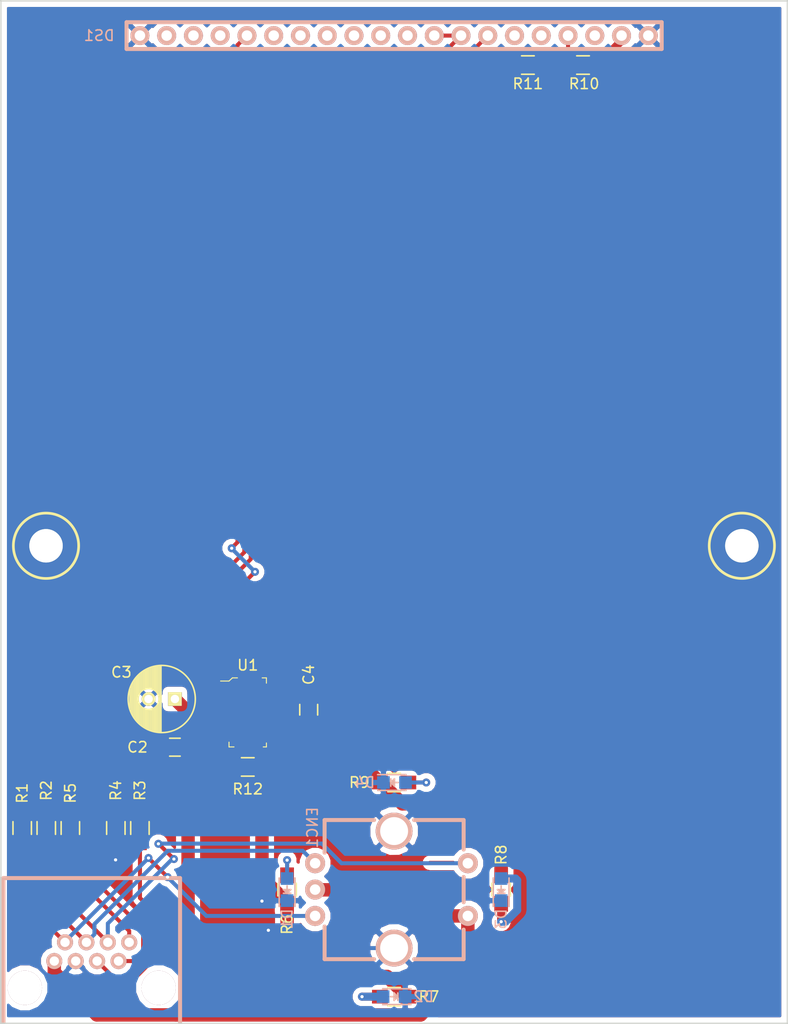
<source format=kicad_pcb>
(kicad_pcb (version 20171130) (host pcbnew 5.0.0-fee4fd1~66~ubuntu16.04.1)

  (general
    (thickness 1.6)
    (drawings 11)
    (tracks 160)
    (zones 0)
    (modules 25)
    (nets 28)
  )

  (page A4)
  (layers
    (0 F.Cu signal hide)
    (31 B.Cu signal hide)
    (32 B.Adhes user)
    (33 F.Adhes user hide)
    (34 B.Paste user)
    (35 F.Paste user)
    (36 B.SilkS user)
    (37 F.SilkS user)
    (38 B.Mask user)
    (39 F.Mask user)
    (40 Dwgs.User user)
    (41 Cmts.User user)
    (42 Eco1.User user hide)
    (43 Eco2.User user)
    (44 Edge.Cuts user)
    (45 Margin user)
    (46 B.CrtYd user)
    (47 F.CrtYd user)
    (48 B.Fab user)
    (49 F.Fab user hide)
  )

  (setup
    (last_trace_width 0.25)
    (user_trace_width 0.254)
    (user_trace_width 0.381)
    (user_trace_width 0.508)
    (user_trace_width 0.762)
    (user_trace_width 1.016)
    (user_trace_width 1.27)
    (trace_clearance 0.2)
    (zone_clearance 0.508)
    (zone_45_only no)
    (trace_min 0.2)
    (segment_width 0.2)
    (edge_width 0.15)
    (via_size 0.6)
    (via_drill 0.4)
    (via_min_size 0.4)
    (via_min_drill 0.3)
    (user_via 0.762 0.3048)
    (uvia_size 0.3)
    (uvia_drill 0.1)
    (uvias_allowed no)
    (uvia_min_size 0)
    (uvia_min_drill 0)
    (pcb_text_width 0.3)
    (pcb_text_size 1.5 1.5)
    (mod_edge_width 0.15)
    (mod_text_size 1 1)
    (mod_text_width 0.15)
    (pad_size 3.175 3.175)
    (pad_drill 3.175)
    (pad_to_mask_clearance 0.2)
    (aux_axis_origin 0 0)
    (visible_elements FFFF6B7F)
    (pcbplotparams
      (layerselection 0x010fc_80000001)
      (usegerberextensions false)
      (usegerberattributes false)
      (usegerberadvancedattributes false)
      (creategerberjobfile false)
      (excludeedgelayer true)
      (linewidth 0.100000)
      (plotframeref false)
      (viasonmask false)
      (mode 1)
      (useauxorigin false)
      (hpglpennumber 1)
      (hpglpenspeed 20)
      (hpglpendiameter 15.000000)
      (psnegative false)
      (psa4output false)
      (plotreference true)
      (plotvalue true)
      (plotinvisibletext false)
      (padsonsilk false)
      (subtractmaskfromsilk false)
      (outputformat 1)
      (mirror false)
      (drillshape 0)
      (scaleselection 1)
      (outputdirectory "controller_board_gerbers/"))
  )

  (net 0 "")
  (net 1 GND)
  (net 2 VCC)
  (net 3 +3V3)
  (net 4 ENCODER_SW)
  (net 5 ENCODER_B)
  (net 6 ENCODER_A)
  (net 7 SCL)
  (net 8 SDA)
  (net 9 OLED_RESET)
  (net 10 "Net-(DS1-Pad3)")
  (net 11 "Net-(DS1-Pad5)")
  (net 12 "Net-(DS1-Pad6)")
  (net 13 "Net-(DS1-Pad10)")
  (net 14 "Net-(DS1-Pad11)")
  (net 15 "Net-(DS1-Pad12)")
  (net 16 "Net-(DS1-Pad13)")
  (net 17 "Net-(DS1-Pad14)")
  (net 18 "Net-(DS1-Pad15)")
  (net 19 "Net-(DS1-Pad17)")
  (net 20 "Net-(DS1-Pad18)")
  (net 21 "Net-(DS1-Pad19)")
  (net 22 "Net-(D1-Pad2)")
  (net 23 "Net-(D2-Pad2)")
  (net 24 "Net-(D3-Pad2)")
  (net 25 "Net-(D4-Pad2)")
  (net 26 "Net-(DS1-Pad4)")
  (net 27 "Net-(J1-Pad5)")

  (net_class Default "This is the default net class."
    (clearance 0.2)
    (trace_width 0.25)
    (via_dia 0.6)
    (via_drill 0.4)
    (uvia_dia 0.3)
    (uvia_drill 0.1)
    (add_net +3V3)
    (add_net ENCODER_A)
    (add_net ENCODER_B)
    (add_net ENCODER_SW)
    (add_net GND)
    (add_net "Net-(D1-Pad2)")
    (add_net "Net-(D2-Pad2)")
    (add_net "Net-(D3-Pad2)")
    (add_net "Net-(D4-Pad2)")
    (add_net "Net-(DS1-Pad10)")
    (add_net "Net-(DS1-Pad11)")
    (add_net "Net-(DS1-Pad12)")
    (add_net "Net-(DS1-Pad13)")
    (add_net "Net-(DS1-Pad14)")
    (add_net "Net-(DS1-Pad15)")
    (add_net "Net-(DS1-Pad17)")
    (add_net "Net-(DS1-Pad18)")
    (add_net "Net-(DS1-Pad19)")
    (add_net "Net-(DS1-Pad3)")
    (add_net "Net-(DS1-Pad4)")
    (add_net "Net-(DS1-Pad5)")
    (add_net "Net-(DS1-Pad6)")
    (add_net "Net-(J1-Pad5)")
    (add_net OLED_RESET)
    (add_net SCL)
    (add_net SDA)
    (add_net VCC)
  )

  (module USER_MECHANICAL_OTHER:MOUNTING_HOLE_0.125in (layer F.Cu) (tedit 5B75AE92) (tstamp 5B8152A1)
    (at 65 102)
    (fp_text reference ** (at 0.024 0.3112) (layer F.SilkS)
      (effects (font (size 1 1) (thickness 0.15)))
    )
    (fp_text value MOUNTING_HOLE_0.125in (at 0 -4) (layer F.Fab)
      (effects (font (size 1 1) (thickness 0.15)))
    )
    (fp_circle (center 0 0) (end 0 3.1) (layer F.SilkS) (width 0.254))
    (pad "" np_thru_hole circle (at 0 0) (size 3.175 3.175) (drill 3.175) (layers *.Cu *.Mask F.SilkS))
  )

  (module USER_MECHANICAL_OTHER:MOUNTING_HOLE_0.125in (layer F.Cu) (tedit 5B75AE8B) (tstamp 5B81529E)
    (at 131.054 102)
    (fp_text reference ** (at -0.0154 0.3366) (layer F.SilkS)
      (effects (font (size 1 1) (thickness 0.15)))
    )
    (fp_text value MOUNTING_HOLE_0.125in (at 0 -4) (layer F.Fab)
      (effects (font (size 1 1) (thickness 0.15)))
    )
    (fp_circle (center 0 0) (end 0 3.1) (layer F.SilkS) (width 0.254))
    (pad "" np_thru_hole circle (at 0 0) (size 3.175 3.175) (drill 3.175) (layers *.Cu *.Mask F.SilkS))
  )

  (module Resistors_SMD:R_0805_HandSoldering (layer F.Cu) (tedit 54189DEE) (tstamp 5B0C5FBD)
    (at 67.31 128.778 90)
    (descr "Resistor SMD 0805, hand soldering")
    (tags "resistor 0805")
    (path /5B0C66BE)
    (attr smd)
    (fp_text reference R5 (at 3.302 0 90) (layer F.SilkS)
      (effects (font (size 1 1) (thickness 0.15)))
    )
    (fp_text value 10.0k (at 0 2.1 90) (layer F.Fab)
      (effects (font (size 1 1) (thickness 0.15)))
    )
    (fp_line (start -2.4 -1) (end 2.4 -1) (layer F.CrtYd) (width 0.05))
    (fp_line (start -2.4 1) (end 2.4 1) (layer F.CrtYd) (width 0.05))
    (fp_line (start -2.4 -1) (end -2.4 1) (layer F.CrtYd) (width 0.05))
    (fp_line (start 2.4 -1) (end 2.4 1) (layer F.CrtYd) (width 0.05))
    (fp_line (start 0.6 0.875) (end -0.6 0.875) (layer F.SilkS) (width 0.15))
    (fp_line (start -0.6 -0.875) (end 0.6 -0.875) (layer F.SilkS) (width 0.15))
    (pad 1 smd rect (at -1.35 0 90) (size 1.5 1.3) (layers F.Cu F.Paste F.Mask)
      (net 4 ENCODER_SW))
    (pad 2 smd rect (at 1.35 0 90) (size 1.5 1.3) (layers F.Cu F.Paste F.Mask)
      (net 1 GND))
    (model Resistors_SMD.3dshapes/R_0805_HandSoldering.wrl
      (at (xyz 0 0 0))
      (scale (xyz 1 1 1))
      (rotate (xyz 0 0 0))
    )
  )

  (module Resistors_SMD:R_0805_HandSoldering (layer F.Cu) (tedit 54189DEE) (tstamp 5B1049F7)
    (at 115.9764 56.388 180)
    (descr "Resistor SMD 0805, hand soldering")
    (tags "resistor 0805")
    (path /5B1050BB)
    (attr smd)
    (fp_text reference R10 (at -0.1016 -1.778 180) (layer F.SilkS)
      (effects (font (size 1 1) (thickness 0.15)))
    )
    (fp_text value 0 (at 0 2.1 180) (layer F.Fab)
      (effects (font (size 1 1) (thickness 0.15)))
    )
    (fp_line (start -2.4 -1) (end 2.4 -1) (layer F.CrtYd) (width 0.05))
    (fp_line (start -2.4 1) (end 2.4 1) (layer F.CrtYd) (width 0.05))
    (fp_line (start -2.4 -1) (end -2.4 1) (layer F.CrtYd) (width 0.05))
    (fp_line (start 2.4 -1) (end 2.4 1) (layer F.CrtYd) (width 0.05))
    (fp_line (start 0.6 0.875) (end -0.6 0.875) (layer F.SilkS) (width 0.15))
    (fp_line (start -0.6 -0.875) (end 0.6 -0.875) (layer F.SilkS) (width 0.15))
    (pad 1 smd rect (at -1.35 0 180) (size 1.5 1.3) (layers F.Cu F.Paste F.Mask)
      (net 3 +3V3))
    (pad 2 smd rect (at 1.35 0 180) (size 1.5 1.3) (layers F.Cu F.Paste F.Mask)
      (net 26 "Net-(DS1-Pad4)"))
    (model Resistors_SMD.3dshapes/R_0805_HandSoldering.wrl
      (at (xyz 0 0 0))
      (scale (xyz 1 1 1))
      (rotate (xyz 0 0 0))
    )
  )

  (module Resistors_SMD:R_0805_HandSoldering (layer F.Cu) (tedit 54189DEE) (tstamp 5B1049FD)
    (at 110.744 56.388 180)
    (descr "Resistor SMD 0805, hand soldering")
    (tags "resistor 0805")
    (path /5B105003)
    (attr smd)
    (fp_text reference R11 (at 0 -1.778 180) (layer F.SilkS)
      (effects (font (size 1 1) (thickness 0.15)))
    )
    (fp_text value DNP (at 0 2.1 180) (layer F.Fab)
      (effects (font (size 1 1) (thickness 0.15)))
    )
    (fp_line (start -2.4 -1) (end 2.4 -1) (layer F.CrtYd) (width 0.05))
    (fp_line (start -2.4 1) (end 2.4 1) (layer F.CrtYd) (width 0.05))
    (fp_line (start -2.4 -1) (end -2.4 1) (layer F.CrtYd) (width 0.05))
    (fp_line (start 2.4 -1) (end 2.4 1) (layer F.CrtYd) (width 0.05))
    (fp_line (start 0.6 0.875) (end -0.6 0.875) (layer F.SilkS) (width 0.15))
    (fp_line (start -0.6 -0.875) (end 0.6 -0.875) (layer F.SilkS) (width 0.15))
    (pad 1 smd rect (at -1.35 0 180) (size 1.5 1.3) (layers F.Cu F.Paste F.Mask)
      (net 26 "Net-(DS1-Pad4)"))
    (pad 2 smd rect (at 1.35 0 180) (size 1.5 1.3) (layers F.Cu F.Paste F.Mask)
      (net 1 GND))
    (model Resistors_SMD.3dshapes/R_0805_HandSoldering.wrl
      (at (xyz 0 0 0))
      (scale (xyz 1 1 1))
      (rotate (xyz 0 0 0))
    )
  )

  (module Capacitors_SMD:C_0805_HandSoldering (layer F.Cu) (tedit 541A9B8D) (tstamp 5B0C5F7C)
    (at 77.234929 121.110373 180)
    (descr "Capacitor SMD 0805, hand soldering")
    (tags "capacitor 0805")
    (path /5B0C632D)
    (attr smd)
    (fp_text reference C2 (at 3.556 0 180) (layer F.SilkS)
      (effects (font (size 1 1) (thickness 0.15)))
    )
    (fp_text value 0.1uF (at 0 2.1 180) (layer F.Fab)
      (effects (font (size 1 1) (thickness 0.15)))
    )
    (fp_line (start -2.3 -1) (end 2.3 -1) (layer F.CrtYd) (width 0.05))
    (fp_line (start -2.3 1) (end 2.3 1) (layer F.CrtYd) (width 0.05))
    (fp_line (start -2.3 -1) (end -2.3 1) (layer F.CrtYd) (width 0.05))
    (fp_line (start 2.3 -1) (end 2.3 1) (layer F.CrtYd) (width 0.05))
    (fp_line (start 0.5 -0.85) (end -0.5 -0.85) (layer F.SilkS) (width 0.15))
    (fp_line (start -0.5 0.85) (end 0.5 0.85) (layer F.SilkS) (width 0.15))
    (pad 1 smd rect (at -1.25 0 180) (size 1.5 1.25) (layers F.Cu F.Paste F.Mask)
      (net 2 VCC))
    (pad 2 smd rect (at 1.25 0 180) (size 1.5 1.25) (layers F.Cu F.Paste F.Mask)
      (net 1 GND))
    (model Capacitors_SMD.3dshapes/C_0805_HandSoldering.wrl
      (at (xyz 0 0 0))
      (scale (xyz 1 1 1))
      (rotate (xyz 0 0 0))
    )
  )

  (module Capacitors_ThroughHole:C_Radial_D6.3_L11.2_P2.5 (layer F.Cu) (tedit 0) (tstamp 5B0C5F82)
    (at 77.234929 116.538373 180)
    (descr "Radial Electrolytic Capacitor, Diameter 6.3mm x Length 11.2mm, Pitch 2.5mm")
    (tags "Electrolytic Capacitor")
    (path /5B0C6214)
    (fp_text reference C3 (at 5.08 2.54 180) (layer F.SilkS)
      (effects (font (size 1 1) (thickness 0.15)))
    )
    (fp_text value 5ZLH100MEFC6.3X11 (at 1.25 4.4 180) (layer F.Fab)
      (effects (font (size 1 1) (thickness 0.15)))
    )
    (fp_line (start 1.325 -3.149) (end 1.325 3.149) (layer F.SilkS) (width 0.15))
    (fp_line (start 1.465 -3.143) (end 1.465 3.143) (layer F.SilkS) (width 0.15))
    (fp_line (start 1.605 -3.13) (end 1.605 -0.446) (layer F.SilkS) (width 0.15))
    (fp_line (start 1.605 0.446) (end 1.605 3.13) (layer F.SilkS) (width 0.15))
    (fp_line (start 1.745 -3.111) (end 1.745 -0.656) (layer F.SilkS) (width 0.15))
    (fp_line (start 1.745 0.656) (end 1.745 3.111) (layer F.SilkS) (width 0.15))
    (fp_line (start 1.885 -3.085) (end 1.885 -0.789) (layer F.SilkS) (width 0.15))
    (fp_line (start 1.885 0.789) (end 1.885 3.085) (layer F.SilkS) (width 0.15))
    (fp_line (start 2.025 -3.053) (end 2.025 -0.88) (layer F.SilkS) (width 0.15))
    (fp_line (start 2.025 0.88) (end 2.025 3.053) (layer F.SilkS) (width 0.15))
    (fp_line (start 2.165 -3.014) (end 2.165 -0.942) (layer F.SilkS) (width 0.15))
    (fp_line (start 2.165 0.942) (end 2.165 3.014) (layer F.SilkS) (width 0.15))
    (fp_line (start 2.305 -2.968) (end 2.305 -0.981) (layer F.SilkS) (width 0.15))
    (fp_line (start 2.305 0.981) (end 2.305 2.968) (layer F.SilkS) (width 0.15))
    (fp_line (start 2.445 -2.915) (end 2.445 -0.998) (layer F.SilkS) (width 0.15))
    (fp_line (start 2.445 0.998) (end 2.445 2.915) (layer F.SilkS) (width 0.15))
    (fp_line (start 2.585 -2.853) (end 2.585 -0.996) (layer F.SilkS) (width 0.15))
    (fp_line (start 2.585 0.996) (end 2.585 2.853) (layer F.SilkS) (width 0.15))
    (fp_line (start 2.725 -2.783) (end 2.725 -0.974) (layer F.SilkS) (width 0.15))
    (fp_line (start 2.725 0.974) (end 2.725 2.783) (layer F.SilkS) (width 0.15))
    (fp_line (start 2.865 -2.704) (end 2.865 -0.931) (layer F.SilkS) (width 0.15))
    (fp_line (start 2.865 0.931) (end 2.865 2.704) (layer F.SilkS) (width 0.15))
    (fp_line (start 3.005 -2.616) (end 3.005 -0.863) (layer F.SilkS) (width 0.15))
    (fp_line (start 3.005 0.863) (end 3.005 2.616) (layer F.SilkS) (width 0.15))
    (fp_line (start 3.145 -2.516) (end 3.145 -0.764) (layer F.SilkS) (width 0.15))
    (fp_line (start 3.145 0.764) (end 3.145 2.516) (layer F.SilkS) (width 0.15))
    (fp_line (start 3.285 -2.404) (end 3.285 -0.619) (layer F.SilkS) (width 0.15))
    (fp_line (start 3.285 0.619) (end 3.285 2.404) (layer F.SilkS) (width 0.15))
    (fp_line (start 3.425 -2.279) (end 3.425 -0.38) (layer F.SilkS) (width 0.15))
    (fp_line (start 3.425 0.38) (end 3.425 2.279) (layer F.SilkS) (width 0.15))
    (fp_line (start 3.565 -2.136) (end 3.565 2.136) (layer F.SilkS) (width 0.15))
    (fp_line (start 3.705 -1.974) (end 3.705 1.974) (layer F.SilkS) (width 0.15))
    (fp_line (start 3.845 -1.786) (end 3.845 1.786) (layer F.SilkS) (width 0.15))
    (fp_line (start 3.985 -1.563) (end 3.985 1.563) (layer F.SilkS) (width 0.15))
    (fp_line (start 4.125 -1.287) (end 4.125 1.287) (layer F.SilkS) (width 0.15))
    (fp_line (start 4.265 -0.912) (end 4.265 0.912) (layer F.SilkS) (width 0.15))
    (fp_circle (center 2.5 0) (end 2.5 -1) (layer F.SilkS) (width 0.15))
    (fp_circle (center 1.25 0) (end 1.25 -3.1875) (layer F.SilkS) (width 0.15))
    (fp_circle (center 1.25 0) (end 1.25 -3.4) (layer F.CrtYd) (width 0.05))
    (pad 2 thru_hole circle (at 2.5 0 180) (size 1.3 1.3) (drill 0.8) (layers *.Cu *.Mask F.SilkS)
      (net 1 GND))
    (pad 1 thru_hole rect (at 0 0 180) (size 1.3 1.3) (drill 0.8) (layers *.Cu *.Mask F.SilkS)
      (net 3 +3V3))
    (model Capacitors_ThroughHole.3dshapes/C_Radial_D6.3_L11.2_P2.5.wrl
      (at (xyz 0 0 0))
      (scale (xyz 1 1 1))
      (rotate (xyz 0 0 0))
    )
  )

  (module Capacitors_SMD:C_0805_HandSoldering (layer F.Cu) (tedit 541A9B8D) (tstamp 5B0C5F88)
    (at 89.934929 117.554373 90)
    (descr "Capacitor SMD 0805, hand soldering")
    (tags "capacitor 0805")
    (path /5B0C6666)
    (attr smd)
    (fp_text reference C4 (at 3.322 0 90) (layer F.SilkS)
      (effects (font (size 1 1) (thickness 0.15)))
    )
    (fp_text value 0.1uF (at 0 2.1 90) (layer F.Fab)
      (effects (font (size 1 1) (thickness 0.15)))
    )
    (fp_line (start -2.3 -1) (end 2.3 -1) (layer F.CrtYd) (width 0.05))
    (fp_line (start -2.3 1) (end 2.3 1) (layer F.CrtYd) (width 0.05))
    (fp_line (start -2.3 -1) (end -2.3 1) (layer F.CrtYd) (width 0.05))
    (fp_line (start 2.3 -1) (end 2.3 1) (layer F.CrtYd) (width 0.05))
    (fp_line (start 0.5 -0.85) (end -0.5 -0.85) (layer F.SilkS) (width 0.15))
    (fp_line (start -0.5 0.85) (end 0.5 0.85) (layer F.SilkS) (width 0.15))
    (pad 1 smd rect (at -1.25 0 90) (size 1.5 1.25) (layers F.Cu F.Paste F.Mask)
      (net 3 +3V3))
    (pad 2 smd rect (at 1.25 0 90) (size 1.5 1.25) (layers F.Cu F.Paste F.Mask)
      (net 1 GND))
    (model Capacitors_SMD.3dshapes/C_0805_HandSoldering.wrl
      (at (xyz 0 0 0))
      (scale (xyz 1 1 1))
      (rotate (xyz 0 0 0))
    )
  )

  (module Resistors_SMD:R_0805_HandSoldering (layer F.Cu) (tedit 54189DEE) (tstamp 5B0C5FA5)
    (at 62.738 128.778 90)
    (descr "Resistor SMD 0805, hand soldering")
    (tags "resistor 0805")
    (path /5B0C6A00)
    (attr smd)
    (fp_text reference R1 (at 3.302 0 90) (layer F.SilkS)
      (effects (font (size 1 1) (thickness 0.15)))
    )
    (fp_text value 10.0k (at 0 2.1 90) (layer F.Fab)
      (effects (font (size 1 1) (thickness 0.15)))
    )
    (fp_line (start -2.4 -1) (end 2.4 -1) (layer F.CrtYd) (width 0.05))
    (fp_line (start -2.4 1) (end 2.4 1) (layer F.CrtYd) (width 0.05))
    (fp_line (start -2.4 -1) (end -2.4 1) (layer F.CrtYd) (width 0.05))
    (fp_line (start 2.4 -1) (end 2.4 1) (layer F.CrtYd) (width 0.05))
    (fp_line (start 0.6 0.875) (end -0.6 0.875) (layer F.SilkS) (width 0.15))
    (fp_line (start -0.6 -0.875) (end 0.6 -0.875) (layer F.SilkS) (width 0.15))
    (pad 1 smd rect (at -1.35 0 90) (size 1.5 1.3) (layers F.Cu F.Paste F.Mask)
      (net 6 ENCODER_A))
    (pad 2 smd rect (at 1.35 0 90) (size 1.5 1.3) (layers F.Cu F.Paste F.Mask)
      (net 1 GND))
    (model Resistors_SMD.3dshapes/R_0805_HandSoldering.wrl
      (at (xyz 0 0 0))
      (scale (xyz 1 1 1))
      (rotate (xyz 0 0 0))
    )
  )

  (module Resistors_SMD:R_0805_HandSoldering (layer F.Cu) (tedit 54189DEE) (tstamp 5B0C5FAB)
    (at 65.024 128.778 90)
    (descr "Resistor SMD 0805, hand soldering")
    (tags "resistor 0805")
    (path /5B0C6938)
    (attr smd)
    (fp_text reference R2 (at 3.556 0 90) (layer F.SilkS)
      (effects (font (size 1 1) (thickness 0.15)))
    )
    (fp_text value 10.0k (at 0 2.1 90) (layer F.Fab)
      (effects (font (size 1 1) (thickness 0.15)))
    )
    (fp_line (start -2.4 -1) (end 2.4 -1) (layer F.CrtYd) (width 0.05))
    (fp_line (start -2.4 1) (end 2.4 1) (layer F.CrtYd) (width 0.05))
    (fp_line (start -2.4 -1) (end -2.4 1) (layer F.CrtYd) (width 0.05))
    (fp_line (start 2.4 -1) (end 2.4 1) (layer F.CrtYd) (width 0.05))
    (fp_line (start 0.6 0.875) (end -0.6 0.875) (layer F.SilkS) (width 0.15))
    (fp_line (start -0.6 -0.875) (end 0.6 -0.875) (layer F.SilkS) (width 0.15))
    (pad 1 smd rect (at -1.35 0 90) (size 1.5 1.3) (layers F.Cu F.Paste F.Mask)
      (net 5 ENCODER_B))
    (pad 2 smd rect (at 1.35 0 90) (size 1.5 1.3) (layers F.Cu F.Paste F.Mask)
      (net 1 GND))
    (model Resistors_SMD.3dshapes/R_0805_HandSoldering.wrl
      (at (xyz 0 0 0))
      (scale (xyz 1 1 1))
      (rotate (xyz 0 0 0))
    )
  )

  (module Resistors_SMD:R_0805_HandSoldering (layer F.Cu) (tedit 54189DEE) (tstamp 5B0C5FB1)
    (at 73.914 128.778 90)
    (descr "Resistor SMD 0805, hand soldering")
    (tags "resistor 0805")
    (path /5B0C5860)
    (attr smd)
    (fp_text reference R3 (at 3.556 0 90) (layer F.SilkS)
      (effects (font (size 1 1) (thickness 0.15)))
    )
    (fp_text value 10.0k (at 0 2.1 90) (layer F.Fab)
      (effects (font (size 1 1) (thickness 0.15)))
    )
    (fp_line (start -2.4 -1) (end 2.4 -1) (layer F.CrtYd) (width 0.05))
    (fp_line (start -2.4 1) (end 2.4 1) (layer F.CrtYd) (width 0.05))
    (fp_line (start -2.4 -1) (end -2.4 1) (layer F.CrtYd) (width 0.05))
    (fp_line (start 2.4 -1) (end 2.4 1) (layer F.CrtYd) (width 0.05))
    (fp_line (start 0.6 0.875) (end -0.6 0.875) (layer F.SilkS) (width 0.15))
    (fp_line (start -0.6 -0.875) (end 0.6 -0.875) (layer F.SilkS) (width 0.15))
    (pad 1 smd rect (at -1.35 0 90) (size 1.5 1.3) (layers F.Cu F.Paste F.Mask)
      (net 27 "Net-(J1-Pad5)"))
    (pad 2 smd rect (at 1.35 0 90) (size 1.5 1.3) (layers F.Cu F.Paste F.Mask)
      (net 9 OLED_RESET))
    (model Resistors_SMD.3dshapes/R_0805_HandSoldering.wrl
      (at (xyz 0 0 0))
      (scale (xyz 1 1 1))
      (rotate (xyz 0 0 0))
    )
  )

  (module Resistors_SMD:R_0805_HandSoldering (layer F.Cu) (tedit 54189DEE) (tstamp 5B0C5FB7)
    (at 71.628 128.778 270)
    (descr "Resistor SMD 0805, hand soldering")
    (tags "resistor 0805")
    (path /5B0C59B5)
    (attr smd)
    (fp_text reference R4 (at -3.556 0 270) (layer F.SilkS)
      (effects (font (size 1 1) (thickness 0.15)))
    )
    (fp_text value 10.0k (at 0 2.1 270) (layer F.Fab)
      (effects (font (size 1 1) (thickness 0.15)))
    )
    (fp_line (start -2.4 -1) (end 2.4 -1) (layer F.CrtYd) (width 0.05))
    (fp_line (start -2.4 1) (end 2.4 1) (layer F.CrtYd) (width 0.05))
    (fp_line (start -2.4 -1) (end -2.4 1) (layer F.CrtYd) (width 0.05))
    (fp_line (start 2.4 -1) (end 2.4 1) (layer F.CrtYd) (width 0.05))
    (fp_line (start 0.6 0.875) (end -0.6 0.875) (layer F.SilkS) (width 0.15))
    (fp_line (start -0.6 -0.875) (end 0.6 -0.875) (layer F.SilkS) (width 0.15))
    (pad 1 smd rect (at -1.35 0 270) (size 1.5 1.3) (layers F.Cu F.Paste F.Mask)
      (net 9 OLED_RESET))
    (pad 2 smd rect (at 1.35 0 270) (size 1.5 1.3) (layers F.Cu F.Paste F.Mask)
      (net 1 GND))
    (model Resistors_SMD.3dshapes/R_0805_HandSoldering.wrl
      (at (xyz 0 0 0))
      (scale (xyz 1 1 1))
      (rotate (xyz 0 0 0))
    )
  )

  (module digikey-footprints:SOT-223 (layer F.Cu) (tedit 59D24B44) (tstamp 5B0C5FC5)
    (at 84.144929 117.808373 270)
    (path /5B0C5F16)
    (fp_text reference U1 (at -4.477972 -0.005064) (layer F.SilkS)
      (effects (font (size 1 1) (thickness 0.15)))
    )
    (fp_text value AZ1117CH-3_3TRG1 (at 0.15 5.65 270) (layer F.Fab)
      (effects (font (size 1 1) (thickness 0.15)))
    )
    (fp_line (start -3.275 0.975) (end -3.275 1.45) (layer F.SilkS) (width 0.1))
    (fp_line (start -3.275 1.45) (end -2.975 1.775) (layer F.SilkS) (width 0.1))
    (fp_line (start -2.975 1.775) (end -2.975 2.575) (layer F.SilkS) (width 0.1))
    (fp_line (start -3.45 4.45) (end 3.45 4.45) (layer F.CrtYd) (width 0.05))
    (fp_line (start -3.45 -4.45) (end -3.45 4.45) (layer F.CrtYd) (width 0.05))
    (fp_line (start 3.45 -4.45) (end -3.45 -4.45) (layer F.CrtYd) (width 0.05))
    (fp_line (start 3.45 -4.45) (end 3.45 4.45) (layer F.CrtYd) (width 0.05))
    (fp_line (start -3.15 1.35) (end -3.15 -1.65) (layer F.Fab) (width 0.1))
    (fp_line (start 3.15 1.65) (end -2.875 1.65) (layer F.Fab) (width 0.1))
    (fp_line (start -3.15 1.35) (end -2.875 1.65) (layer F.Fab) (width 0.1))
    (fp_line (start 3.275 1.3) (end 3.275 1.775) (layer F.SilkS) (width 0.1))
    (fp_line (start 3.275 1.775) (end 2.825 1.775) (layer F.SilkS) (width 0.1))
    (fp_line (start -2.775 -1.775) (end -3.275 -1.775) (layer F.SilkS) (width 0.1))
    (fp_line (start -3.275 -1.775) (end -3.275 -1.375) (layer F.SilkS) (width 0.1))
    (fp_line (start 2.9 -1.775) (end 3.275 -1.775) (layer F.SilkS) (width 0.1))
    (fp_line (start 3.275 -1.775) (end 3.275 -1.475) (layer F.SilkS) (width 0.1))
    (fp_text user %R (at -0.05 0.025 270) (layer F.Fab)
      (effects (font (size 1 1) (thickness 0.15)))
    )
    (fp_line (start -3.15 -1.65) (end 3.15 -1.65) (layer F.Fab) (width 0.1))
    (fp_line (start 3.15 -1.65) (end 3.15 1.65) (layer F.Fab) (width 0.1))
    (pad 3 smd rect (at 2.3 3.1 270) (size 1.2 2.2) (layers F.Cu F.Paste F.Mask)
      (net 2 VCC))
    (pad 2 smd rect (at 0 3.1 270) (size 1.2 2.2) (layers F.Cu F.Paste F.Mask)
      (net 3 +3V3))
    (pad 1 smd rect (at -2.3 3.1 270) (size 1.2 2.2) (layers F.Cu F.Paste F.Mask)
      (net 1 GND))
    (pad 4 smd rect (at 0 -3.1 270) (size 3.5 2.2) (layers F.Cu F.Paste F.Mask)
      (net 3 +3V3))
  )

  (module USER_DISPLAYS:128x64_OLED_20PIN_HORIZONTAL (layer B.Cu) (tedit 5B0C6236) (tstamp 5B1041F3)
    (at 98.044 53.594 180)
    (path /5B0C7B63)
    (fp_text reference DS1 (at 28 0 180) (layer B.SilkS)
      (effects (font (size 1 1) (thickness 0.15)) (justify mirror))
    )
    (fp_text value OLED_GENERIC_SSD1305_20PIN_128x64 (at 0 -2.794 180) (layer B.Fab)
      (effects (font (size 1 1) (thickness 0.15)) (justify mirror))
    )
    (fp_line (start 37 3) (end -37 3) (layer B.Fab) (width 0.381))
    (fp_line (start 37 -43) (end 37 3) (layer B.Fab) (width 0.381))
    (fp_line (start -37 -43) (end 37 -43) (layer B.Fab) (width 0.381))
    (fp_line (start -37 3) (end -37 -43) (layer B.Fab) (width 0.381))
    (fp_line (start 25.4 1.27) (end -25.4 1.27) (layer B.SilkS) (width 0.381))
    (fp_line (start 25.4 -1.27) (end 25.4 1.27) (layer B.SilkS) (width 0.381))
    (fp_line (start -25.4 -1.27) (end 25.4 -1.27) (layer B.SilkS) (width 0.381))
    (fp_line (start -25.4 1.27) (end -25.4 -1.27) (layer B.SilkS) (width 0.381))
    (pad 1 thru_hole circle (at -24.13 0 180) (size 1.8 1.8) (drill 1) (layers *.Cu *.Mask B.SilkS)
      (net 1 GND))
    (pad 2 thru_hole circle (at -21.59 0 180) (size 1.8 1.8) (drill 1) (layers *.Cu *.Mask B.SilkS)
      (net 3 +3V3))
    (pad 3 thru_hole circle (at -19.05 0 180) (size 1.8 1.8) (drill 1) (layers *.Cu *.Mask B.SilkS)
      (net 10 "Net-(DS1-Pad3)"))
    (pad 4 thru_hole circle (at -16.51 0 180) (size 1.8 1.8) (drill 1) (layers *.Cu *.Mask B.SilkS)
      (net 26 "Net-(DS1-Pad4)"))
    (pad 5 thru_hole circle (at -13.97 0 180) (size 1.8 1.8) (drill 1) (layers *.Cu *.Mask B.SilkS)
      (net 11 "Net-(DS1-Pad5)"))
    (pad 6 thru_hole circle (at -11.43 0 180) (size 1.8 1.8) (drill 1) (layers *.Cu *.Mask B.SilkS)
      (net 12 "Net-(DS1-Pad6)"))
    (pad 7 thru_hole circle (at -8.89 0 180) (size 1.8 1.8) (drill 1) (layers *.Cu *.Mask B.SilkS)
      (net 7 SCL))
    (pad 8 thru_hole circle (at -6.35 0 180) (size 1.8 1.8) (drill 1) (layers *.Cu *.Mask B.SilkS)
      (net 8 SDA))
    (pad 9 thru_hole circle (at -3.81 0 180) (size 1.8 1.8) (drill 1) (layers *.Cu *.Mask B.SilkS)
      (net 8 SDA))
    (pad 10 thru_hole circle (at -1.27 0 180) (size 1.8 1.8) (drill 1) (layers *.Cu *.Mask B.SilkS)
      (net 13 "Net-(DS1-Pad10)"))
    (pad 11 thru_hole circle (at 1.27 0 180) (size 1.8 1.8) (drill 1) (layers *.Cu *.Mask B.SilkS)
      (net 14 "Net-(DS1-Pad11)"))
    (pad 12 thru_hole circle (at 3.81 0 180) (size 1.8 1.8) (drill 1) (layers *.Cu *.Mask B.SilkS)
      (net 15 "Net-(DS1-Pad12)"))
    (pad 13 thru_hole circle (at 6.35 0 180) (size 1.8 1.8) (drill 1) (layers *.Cu *.Mask B.SilkS)
      (net 16 "Net-(DS1-Pad13)"))
    (pad 14 thru_hole circle (at 8.89 0 180) (size 1.8 1.8) (drill 1) (layers *.Cu *.Mask B.SilkS)
      (net 17 "Net-(DS1-Pad14)"))
    (pad 15 thru_hole circle (at 11.43 0 180) (size 1.8 1.8) (drill 1) (layers *.Cu *.Mask B.SilkS)
      (net 18 "Net-(DS1-Pad15)"))
    (pad 16 thru_hole circle (at 13.97 0 180) (size 1.8 1.8) (drill 1) (layers *.Cu *.Mask B.SilkS)
      (net 9 OLED_RESET))
    (pad 17 thru_hole circle (at 16.51 0 180) (size 1.8 1.8) (drill 1) (layers *.Cu *.Mask B.SilkS)
      (net 19 "Net-(DS1-Pad17)"))
    (pad 18 thru_hole circle (at 19.05 0 180) (size 1.8 1.8) (drill 1) (layers *.Cu *.Mask B.SilkS)
      (net 20 "Net-(DS1-Pad18)"))
    (pad 19 thru_hole circle (at 21.59 0 180) (size 1.8 1.8) (drill 1) (layers *.Cu *.Mask B.SilkS)
      (net 21 "Net-(DS1-Pad19)"))
    (pad 20 thru_hole circle (at 24.13 0 180) (size 1.8 1.8) (drill 1) (layers *.Cu *.Mask B.SilkS)
      (net 1 GND))
  )

  (module LEDs:LED_0805 (layer B.Cu) (tedit 55BDE1C2) (tstamp 5B1049C7)
    (at 87.884 134.62 90)
    (descr "LED 0805 smd package")
    (tags "LED 0805 SMD")
    (path /5B1045E4)
    (attr smd)
    (fp_text reference D1 (at -2.794 0 90) (layer B.SilkS)
      (effects (font (size 1 1) (thickness 0.15)) (justify mirror))
    )
    (fp_text value GRN (at 0 -1.75 90) (layer B.Fab)
      (effects (font (size 1 1) (thickness 0.15)) (justify mirror))
    )
    (fp_line (start -1.6 -0.75) (end 1.1 -0.75) (layer B.SilkS) (width 0.15))
    (fp_line (start -1.6 0.75) (end 1.1 0.75) (layer B.SilkS) (width 0.15))
    (fp_line (start -0.1 -0.15) (end -0.1 0.1) (layer B.SilkS) (width 0.15))
    (fp_line (start -0.1 0.1) (end -0.25 -0.05) (layer B.SilkS) (width 0.15))
    (fp_line (start -0.35 0.35) (end -0.35 -0.35) (layer B.SilkS) (width 0.15))
    (fp_line (start 0 0) (end 0.35 0) (layer B.SilkS) (width 0.15))
    (fp_line (start -0.35 0) (end 0 0.35) (layer B.SilkS) (width 0.15))
    (fp_line (start 0 0.35) (end 0 -0.35) (layer B.SilkS) (width 0.15))
    (fp_line (start 0 -0.35) (end -0.35 0) (layer B.SilkS) (width 0.15))
    (fp_line (start 1.9 0.95) (end 1.9 -0.95) (layer B.CrtYd) (width 0.05))
    (fp_line (start 1.9 -0.95) (end -1.9 -0.95) (layer B.CrtYd) (width 0.05))
    (fp_line (start -1.9 -0.95) (end -1.9 0.95) (layer B.CrtYd) (width 0.05))
    (fp_line (start -1.9 0.95) (end 1.9 0.95) (layer B.CrtYd) (width 0.05))
    (pad 2 smd rect (at 1.04902 0 270) (size 1.19888 1.19888) (layers B.Cu B.Paste B.Mask)
      (net 22 "Net-(D1-Pad2)"))
    (pad 1 smd rect (at -1.04902 0 270) (size 1.19888 1.19888) (layers B.Cu B.Paste B.Mask)
      (net 1 GND))
    (model LEDs.3dshapes/LED_0805.wrl
      (at (xyz 0 0 0))
      (scale (xyz 1 1 1))
      (rotate (xyz 0 0 0))
    )
  )

  (module LEDs:LED_0805 (layer B.Cu) (tedit 55BDE1C2) (tstamp 5B1049CD)
    (at 98.044 144.78 180)
    (descr "LED 0805 smd package")
    (tags "LED 0805 SMD")
    (path /5B104A38)
    (attr smd)
    (fp_text reference D2 (at -2.794 0 180) (layer B.SilkS)
      (effects (font (size 1 1) (thickness 0.15)) (justify mirror))
    )
    (fp_text value GRN (at 0 -1.75 180) (layer B.Fab)
      (effects (font (size 1 1) (thickness 0.15)) (justify mirror))
    )
    (fp_line (start -1.6 -0.75) (end 1.1 -0.75) (layer B.SilkS) (width 0.15))
    (fp_line (start -1.6 0.75) (end 1.1 0.75) (layer B.SilkS) (width 0.15))
    (fp_line (start -0.1 -0.15) (end -0.1 0.1) (layer B.SilkS) (width 0.15))
    (fp_line (start -0.1 0.1) (end -0.25 -0.05) (layer B.SilkS) (width 0.15))
    (fp_line (start -0.35 0.35) (end -0.35 -0.35) (layer B.SilkS) (width 0.15))
    (fp_line (start 0 0) (end 0.35 0) (layer B.SilkS) (width 0.15))
    (fp_line (start -0.35 0) (end 0 0.35) (layer B.SilkS) (width 0.15))
    (fp_line (start 0 0.35) (end 0 -0.35) (layer B.SilkS) (width 0.15))
    (fp_line (start 0 -0.35) (end -0.35 0) (layer B.SilkS) (width 0.15))
    (fp_line (start 1.9 0.95) (end 1.9 -0.95) (layer B.CrtYd) (width 0.05))
    (fp_line (start 1.9 -0.95) (end -1.9 -0.95) (layer B.CrtYd) (width 0.05))
    (fp_line (start -1.9 -0.95) (end -1.9 0.95) (layer B.CrtYd) (width 0.05))
    (fp_line (start -1.9 0.95) (end 1.9 0.95) (layer B.CrtYd) (width 0.05))
    (pad 2 smd rect (at 1.04902 0) (size 1.19888 1.19888) (layers B.Cu B.Paste B.Mask)
      (net 23 "Net-(D2-Pad2)"))
    (pad 1 smd rect (at -1.04902 0) (size 1.19888 1.19888) (layers B.Cu B.Paste B.Mask)
      (net 1 GND))
    (model LEDs.3dshapes/LED_0805.wrl
      (at (xyz 0 0 0))
      (scale (xyz 1 1 1))
      (rotate (xyz 0 0 0))
    )
  )

  (module LEDs:LED_0805 (layer B.Cu) (tedit 55BDE1C2) (tstamp 5B1049D3)
    (at 108.204 134.62 90)
    (descr "LED 0805 smd package")
    (tags "LED 0805 SMD")
    (path /5B104AE5)
    (attr smd)
    (fp_text reference D3 (at -2.794 0 90) (layer B.SilkS)
      (effects (font (size 1 1) (thickness 0.15)) (justify mirror))
    )
    (fp_text value GRN (at 0 -1.75 90) (layer B.Fab)
      (effects (font (size 1 1) (thickness 0.15)) (justify mirror))
    )
    (fp_line (start -1.6 -0.75) (end 1.1 -0.75) (layer B.SilkS) (width 0.15))
    (fp_line (start -1.6 0.75) (end 1.1 0.75) (layer B.SilkS) (width 0.15))
    (fp_line (start -0.1 -0.15) (end -0.1 0.1) (layer B.SilkS) (width 0.15))
    (fp_line (start -0.1 0.1) (end -0.25 -0.05) (layer B.SilkS) (width 0.15))
    (fp_line (start -0.35 0.35) (end -0.35 -0.35) (layer B.SilkS) (width 0.15))
    (fp_line (start 0 0) (end 0.35 0) (layer B.SilkS) (width 0.15))
    (fp_line (start -0.35 0) (end 0 0.35) (layer B.SilkS) (width 0.15))
    (fp_line (start 0 0.35) (end 0 -0.35) (layer B.SilkS) (width 0.15))
    (fp_line (start 0 -0.35) (end -0.35 0) (layer B.SilkS) (width 0.15))
    (fp_line (start 1.9 0.95) (end 1.9 -0.95) (layer B.CrtYd) (width 0.05))
    (fp_line (start 1.9 -0.95) (end -1.9 -0.95) (layer B.CrtYd) (width 0.05))
    (fp_line (start -1.9 -0.95) (end -1.9 0.95) (layer B.CrtYd) (width 0.05))
    (fp_line (start -1.9 0.95) (end 1.9 0.95) (layer B.CrtYd) (width 0.05))
    (pad 2 smd rect (at 1.04902 0 270) (size 1.19888 1.19888) (layers B.Cu B.Paste B.Mask)
      (net 24 "Net-(D3-Pad2)"))
    (pad 1 smd rect (at -1.04902 0 270) (size 1.19888 1.19888) (layers B.Cu B.Paste B.Mask)
      (net 1 GND))
    (model LEDs.3dshapes/LED_0805.wrl
      (at (xyz 0 0 0))
      (scale (xyz 1 1 1))
      (rotate (xyz 0 0 0))
    )
  )

  (module LEDs:LED_0805 (layer B.Cu) (tedit 55BDE1C2) (tstamp 5B1049D9)
    (at 98.07702 124.46)
    (descr "LED 0805 smd package")
    (tags "LED 0805 SMD")
    (path /5B104B00)
    (attr smd)
    (fp_text reference D4 (at -2.82702 0) (layer B.SilkS)
      (effects (font (size 1 1) (thickness 0.15)) (justify mirror))
    )
    (fp_text value GRN (at 0 -1.75) (layer B.Fab)
      (effects (font (size 1 1) (thickness 0.15)) (justify mirror))
    )
    (fp_line (start -1.6 -0.75) (end 1.1 -0.75) (layer B.SilkS) (width 0.15))
    (fp_line (start -1.6 0.75) (end 1.1 0.75) (layer B.SilkS) (width 0.15))
    (fp_line (start -0.1 -0.15) (end -0.1 0.1) (layer B.SilkS) (width 0.15))
    (fp_line (start -0.1 0.1) (end -0.25 -0.05) (layer B.SilkS) (width 0.15))
    (fp_line (start -0.35 0.35) (end -0.35 -0.35) (layer B.SilkS) (width 0.15))
    (fp_line (start 0 0) (end 0.35 0) (layer B.SilkS) (width 0.15))
    (fp_line (start -0.35 0) (end 0 0.35) (layer B.SilkS) (width 0.15))
    (fp_line (start 0 0.35) (end 0 -0.35) (layer B.SilkS) (width 0.15))
    (fp_line (start 0 -0.35) (end -0.35 0) (layer B.SilkS) (width 0.15))
    (fp_line (start 1.9 0.95) (end 1.9 -0.95) (layer B.CrtYd) (width 0.05))
    (fp_line (start 1.9 -0.95) (end -1.9 -0.95) (layer B.CrtYd) (width 0.05))
    (fp_line (start -1.9 -0.95) (end -1.9 0.95) (layer B.CrtYd) (width 0.05))
    (fp_line (start -1.9 0.95) (end 1.9 0.95) (layer B.CrtYd) (width 0.05))
    (pad 2 smd rect (at 1.04902 0 180) (size 1.19888 1.19888) (layers B.Cu B.Paste B.Mask)
      (net 25 "Net-(D4-Pad2)"))
    (pad 1 smd rect (at -1.04902 0 180) (size 1.19888 1.19888) (layers B.Cu B.Paste B.Mask)
      (net 1 GND))
    (model LEDs.3dshapes/LED_0805.wrl
      (at (xyz 0 0 0))
      (scale (xyz 1 1 1))
      (rotate (xyz 0 0 0))
    )
  )

  (module Resistors_SMD:R_0805_HandSoldering (layer F.Cu) (tedit 54189DEE) (tstamp 5B1049DF)
    (at 87.884 134.62 90)
    (descr "Resistor SMD 0805, hand soldering")
    (tags "resistor 0805")
    (path /5B104326)
    (attr smd)
    (fp_text reference R6 (at -3.302 0 90) (layer F.SilkS)
      (effects (font (size 1 1) (thickness 0.15)))
    )
    (fp_text value 120 (at 0 2.1 90) (layer F.Fab)
      (effects (font (size 1 1) (thickness 0.15)))
    )
    (fp_line (start -2.4 -1) (end 2.4 -1) (layer F.CrtYd) (width 0.05))
    (fp_line (start -2.4 1) (end 2.4 1) (layer F.CrtYd) (width 0.05))
    (fp_line (start -2.4 -1) (end -2.4 1) (layer F.CrtYd) (width 0.05))
    (fp_line (start 2.4 -1) (end 2.4 1) (layer F.CrtYd) (width 0.05))
    (fp_line (start 0.6 0.875) (end -0.6 0.875) (layer F.SilkS) (width 0.15))
    (fp_line (start -0.6 -0.875) (end 0.6 -0.875) (layer F.SilkS) (width 0.15))
    (pad 1 smd rect (at -1.35 0 90) (size 1.5 1.3) (layers F.Cu F.Paste F.Mask)
      (net 3 +3V3))
    (pad 2 smd rect (at 1.35 0 90) (size 1.5 1.3) (layers F.Cu F.Paste F.Mask)
      (net 22 "Net-(D1-Pad2)"))
    (model Resistors_SMD.3dshapes/R_0805_HandSoldering.wrl
      (at (xyz 0 0 0))
      (scale (xyz 1 1 1))
      (rotate (xyz 0 0 0))
    )
  )

  (module Resistors_SMD:R_0805_HandSoldering (layer F.Cu) (tedit 54189DEE) (tstamp 5B1049E5)
    (at 98.044 144.78 180)
    (descr "Resistor SMD 0805, hand soldering")
    (tags "resistor 0805")
    (path /5B104A32)
    (attr smd)
    (fp_text reference R7 (at -3.302 0 180) (layer F.SilkS)
      (effects (font (size 1 1) (thickness 0.15)))
    )
    (fp_text value 120 (at 0 2.1 180) (layer F.Fab)
      (effects (font (size 1 1) (thickness 0.15)))
    )
    (fp_line (start -2.4 -1) (end 2.4 -1) (layer F.CrtYd) (width 0.05))
    (fp_line (start -2.4 1) (end 2.4 1) (layer F.CrtYd) (width 0.05))
    (fp_line (start -2.4 -1) (end -2.4 1) (layer F.CrtYd) (width 0.05))
    (fp_line (start 2.4 -1) (end 2.4 1) (layer F.CrtYd) (width 0.05))
    (fp_line (start 0.6 0.875) (end -0.6 0.875) (layer F.SilkS) (width 0.15))
    (fp_line (start -0.6 -0.875) (end 0.6 -0.875) (layer F.SilkS) (width 0.15))
    (pad 1 smd rect (at -1.35 0 180) (size 1.5 1.3) (layers F.Cu F.Paste F.Mask)
      (net 3 +3V3))
    (pad 2 smd rect (at 1.35 0 180) (size 1.5 1.3) (layers F.Cu F.Paste F.Mask)
      (net 23 "Net-(D2-Pad2)"))
    (model Resistors_SMD.3dshapes/R_0805_HandSoldering.wrl
      (at (xyz 0 0 0))
      (scale (xyz 1 1 1))
      (rotate (xyz 0 0 0))
    )
  )

  (module Resistors_SMD:R_0805_HandSoldering (layer F.Cu) (tedit 54189DEE) (tstamp 5B1049EB)
    (at 108.204 134.62 270)
    (descr "Resistor SMD 0805, hand soldering")
    (tags "resistor 0805")
    (path /5B104ADF)
    (attr smd)
    (fp_text reference R8 (at -3.302 0 270) (layer F.SilkS)
      (effects (font (size 1 1) (thickness 0.15)))
    )
    (fp_text value 120 (at 0 2.1 270) (layer F.Fab)
      (effects (font (size 1 1) (thickness 0.15)))
    )
    (fp_line (start -2.4 -1) (end 2.4 -1) (layer F.CrtYd) (width 0.05))
    (fp_line (start -2.4 1) (end 2.4 1) (layer F.CrtYd) (width 0.05))
    (fp_line (start -2.4 -1) (end -2.4 1) (layer F.CrtYd) (width 0.05))
    (fp_line (start 2.4 -1) (end 2.4 1) (layer F.CrtYd) (width 0.05))
    (fp_line (start 0.6 0.875) (end -0.6 0.875) (layer F.SilkS) (width 0.15))
    (fp_line (start -0.6 -0.875) (end 0.6 -0.875) (layer F.SilkS) (width 0.15))
    (pad 1 smd rect (at -1.35 0 270) (size 1.5 1.3) (layers F.Cu F.Paste F.Mask)
      (net 3 +3V3))
    (pad 2 smd rect (at 1.35 0 270) (size 1.5 1.3) (layers F.Cu F.Paste F.Mask)
      (net 24 "Net-(D3-Pad2)"))
    (model Resistors_SMD.3dshapes/R_0805_HandSoldering.wrl
      (at (xyz 0 0 0))
      (scale (xyz 1 1 1))
      (rotate (xyz 0 0 0))
    )
  )

  (module Resistors_SMD:R_0805_HandSoldering (layer F.Cu) (tedit 54189DEE) (tstamp 5B1049F1)
    (at 98.044 124.46)
    (descr "Resistor SMD 0805, hand soldering")
    (tags "resistor 0805")
    (path /5B104AFA)
    (attr smd)
    (fp_text reference R9 (at -3.302 0) (layer F.SilkS)
      (effects (font (size 1 1) (thickness 0.15)))
    )
    (fp_text value 120 (at 0 2.1) (layer F.Fab)
      (effects (font (size 1 1) (thickness 0.15)))
    )
    (fp_line (start -2.4 -1) (end 2.4 -1) (layer F.CrtYd) (width 0.05))
    (fp_line (start -2.4 1) (end 2.4 1) (layer F.CrtYd) (width 0.05))
    (fp_line (start -2.4 -1) (end -2.4 1) (layer F.CrtYd) (width 0.05))
    (fp_line (start 2.4 -1) (end 2.4 1) (layer F.CrtYd) (width 0.05))
    (fp_line (start 0.6 0.875) (end -0.6 0.875) (layer F.SilkS) (width 0.15))
    (fp_line (start -0.6 -0.875) (end 0.6 -0.875) (layer F.SilkS) (width 0.15))
    (pad 1 smd rect (at -1.35 0) (size 1.5 1.3) (layers F.Cu F.Paste F.Mask)
      (net 3 +3V3))
    (pad 2 smd rect (at 1.35 0) (size 1.5 1.3) (layers F.Cu F.Paste F.Mask)
      (net 25 "Net-(D4-Pad2)"))
    (model Resistors_SMD.3dshapes/R_0805_HandSoldering.wrl
      (at (xyz 0 0 0))
      (scale (xyz 1 1 1))
      (rotate (xyz 0 0 0))
    )
  )

  (module USER_MECHANICAL_OTHER:EC11K1524406 (layer B.Cu) (tedit 5B103212) (tstamp 5B104217)
    (at 98.044 134.62 180)
    (path /5B10357C)
    (fp_text reference ENC1 (at 7.754 5.882 90) (layer B.SilkS)
      (effects (font (size 1 1) (thickness 0.15)) (justify mirror))
    )
    (fp_text value EC11K1524406 (at 0 0) (layer B.Fab)
      (effects (font (size 1 1) (thickness 0.15)) (justify mirror))
    )
    (fp_line (start 0 1.5) (end 2.6 1.5) (layer B.Fab) (width 0.381))
    (fp_line (start 0 1.5) (end -2.6 1.5) (layer B.Fab) (width 0.381))
    (fp_circle (center 0 0) (end 3 0) (layer B.Fab) (width 0.381))
    (fp_circle (center 0 0) (end 0 -4.5) (layer B.Fab) (width 0.381))
    (fp_line (start 6.6 6.6) (end -6.6 6.6) (layer B.Fab) (width 0.381))
    (fp_line (start 6.6 -6.6) (end 6.6 6.6) (layer B.Fab) (width 0.381))
    (fp_line (start -6.6 -6.6) (end 6.6 -6.6) (layer B.Fab) (width 0.381))
    (fp_line (start -6.6 6.6) (end -6.6 -6.6) (layer B.Fab) (width 0.381))
    (fp_line (start -6.6 1.2) (end -6.6 -1.2) (layer B.SilkS) (width 0.381))
    (fp_line (start -6.6 6.6) (end -1.9 6.6) (layer B.SilkS) (width 0.381))
    (fp_line (start -6.6 3.8) (end -6.6 6.6) (layer B.SilkS) (width 0.381))
    (fp_line (start 1.5 4.8) (end 1.5 6.3) (layer B.Fab) (width 0.381))
    (fp_line (start -1.5 4.8) (end 1.5 4.8) (layer B.Fab) (width 0.381))
    (fp_line (start -1.5 6.3) (end -1.5 4.8) (layer B.Fab) (width 0.381))
    (fp_line (start 1.5 -4.8) (end 1.5 -6.3) (layer B.Fab) (width 0.381))
    (fp_line (start -1.5 -4.8) (end 1.5 -4.8) (layer B.Fab) (width 0.381))
    (fp_line (start -1.5 -6.3) (end -1.5 -4.8) (layer B.Fab) (width 0.381))
    (fp_line (start -1.5 -6.3) (end 1.5 -6.3) (layer B.Fab) (width 0.381))
    (fp_line (start -1.5 6.3) (end 1.5 6.3) (layer B.Fab) (width 0.381))
    (fp_line (start -6.6 -6.6) (end -6.6 -3.8) (layer B.SilkS) (width 0.381))
    (fp_line (start -6.6 -6.6) (end -1.9 -6.6) (layer B.SilkS) (width 0.381))
    (fp_line (start 1.9 6.6) (end 6.6 6.6) (layer B.SilkS) (width 0.381))
    (fp_line (start 6.6 3.5) (end 6.6 6.6) (layer B.SilkS) (width 0.381))
    (fp_line (start 6.6 -6.6) (end 6.6 -3.5) (layer B.SilkS) (width 0.381))
    (fp_line (start 1.9 -6.6) (end 6.6 -6.6) (layer B.SilkS) (width 0.381))
    (pad E thru_hole circle (at -7 2.5 180) (size 1.9 1.9) (drill 1) (layers *.Cu *.Mask B.SilkS)
      (net 4 ENCODER_SW))
    (pad D thru_hole circle (at -7 -2.5 180) (size 1.9 1.9) (drill 1) (layers *.Cu *.Mask B.SilkS)
      (net 2 VCC))
    (pad B thru_hole circle (at 7.5 2.5 180) (size 1.9 1.9) (drill 1) (layers *.Cu *.Mask B.SilkS)
      (net 5 ENCODER_B))
    (pad C thru_hole circle (at 7.5 0 180) (size 1.9 1.9) (drill 1) (layers *.Cu *.Mask B.SilkS)
      (net 2 VCC))
    (pad A thru_hole circle (at 7.5 -2.5 180) (size 1.9 1.9) (drill 1) (layers *.Cu *.Mask B.SilkS)
      (net 6 ENCODER_A))
    (pad MTG2 thru_hole circle (at 0 -5.55 180) (size 3.5 3.5) (drill 2.65) (layers *.Cu *.Mask B.SilkS)
      (net 1 GND))
    (pad MTG1 thru_hole circle (at 0 5.55 180) (size 3.5 3.5) (drill 2.65) (layers *.Cu *.Mask B.SilkS Eco2.User)
      (net 1 GND))
  )

  (module Resistors_SMD:R_0805_HandSoldering (layer F.Cu) (tedit 54189DEE) (tstamp 5B104F79)
    (at 84.149993 122.982401 180)
    (descr "Resistor SMD 0805, hand soldering")
    (tags "resistor 0805")
    (path /5B105E1A)
    (attr smd)
    (fp_text reference R12 (at 0 -2.1 180) (layer F.SilkS)
      (effects (font (size 1 1) (thickness 0.15)))
    )
    (fp_text value DNP (at 0 2.1 180) (layer F.Fab)
      (effects (font (size 1 1) (thickness 0.15)))
    )
    (fp_line (start -2.4 -1) (end 2.4 -1) (layer F.CrtYd) (width 0.05))
    (fp_line (start -2.4 1) (end 2.4 1) (layer F.CrtYd) (width 0.05))
    (fp_line (start -2.4 -1) (end -2.4 1) (layer F.CrtYd) (width 0.05))
    (fp_line (start 2.4 -1) (end 2.4 1) (layer F.CrtYd) (width 0.05))
    (fp_line (start 0.6 0.875) (end -0.6 0.875) (layer F.SilkS) (width 0.15))
    (fp_line (start -0.6 -0.875) (end 0.6 -0.875) (layer F.SilkS) (width 0.15))
    (pad 1 smd rect (at -1.35 0 180) (size 1.5 1.3) (layers F.Cu F.Paste F.Mask)
      (net 3 +3V3))
    (pad 2 smd rect (at 1.35 0 180) (size 1.5 1.3) (layers F.Cu F.Paste F.Mask)
      (net 2 VCC))
    (model Resistors_SMD.3dshapes/R_0805_HandSoldering.wrl
      (at (xyz 0 0 0))
      (scale (xyz 1 1 1))
      (rotate (xyz 0 0 0))
    )
  )

  (module USER_CONNECTORS:RJHSE-5080 (layer B.Cu) (tedit 5B105336) (tstamp 5B106606)
    (at 69.342 143.9418 180)
    (path /5B10859A)
    (fp_text reference J1 (at 10.16 -4.572 180) (layer B.SilkS)
      (effects (font (size 1 1) (thickness 0.15)) (justify mirror))
    )
    (fp_text value RJHSE-5080 (at 0 5.842 180) (layer B.Fab)
      (effects (font (size 1 1) (thickness 0.15)) (justify mirror))
    )
    (fp_line (start 8.382 10.414) (end -8.382 10.414) (layer B.SilkS) (width 0.381))
    (fp_line (start 8.382 -5.588) (end 8.382 10.414) (layer B.SilkS) (width 0.381))
    (fp_line (start -8.382 -5.588) (end 8.382 -5.588) (layer B.SilkS) (width 0.381))
    (fp_line (start -8.382 10.414) (end -8.382 -5.588) (layer B.SilkS) (width 0.381))
    (fp_line (start -3.556 1.27) (end 3.556 1.27) (layer B.Fab) (width 0.381))
    (fp_line (start 3.556 1.27) (end 3.556 -5.08) (layer B.Fab) (width 0.381))
    (fp_line (start 2.54 1.27) (end 2.54 -5.08) (layer B.Fab) (width 0.381))
    (fp_line (start 1.524 1.27) (end 1.524 -5.08) (layer B.Fab) (width 0.381))
    (fp_line (start 0.508 1.27) (end 0.508 -5.08) (layer B.Fab) (width 0.381))
    (fp_line (start -0.508 1.27) (end -0.508 -5.08) (layer B.Fab) (width 0.381))
    (fp_line (start -1.524 1.27) (end -1.524 -5.08) (layer B.Fab) (width 0.381))
    (fp_line (start -2.54 1.27) (end -2.54 -5.08) (layer B.Fab) (width 0.381))
    (fp_line (start -3.556 1.27) (end -3.556 -5.08) (layer B.Fab) (width 0.381))
    (fp_line (start -6.35 5.08) (end -6.35 -5.08) (layer B.Fab) (width 0.381))
    (fp_line (start 6.35 5.08) (end 6.35 -5.08) (layer B.Fab) (width 0.381))
    (fp_line (start -6.35 5.08) (end 6.35 5.08) (layer B.Fab) (width 0.381))
    (fp_line (start -7.874 -5.08) (end -7.874 9.906) (layer B.Fab) (width 0.381))
    (fp_line (start 7.874 9.906) (end -7.874 9.906) (layer B.Fab) (width 0.381))
    (fp_line (start 7.874 -5.08) (end 7.874 9.906) (layer B.Fab) (width 0.381))
    (fp_line (start -7.874 -5.08) (end 7.874 -5.08) (layer B.Fab) (width 0.381))
    (pad ~ thru_hole circle (at -6.35 0 180) (size 3.2512 3.2512) (drill 3.2512) (layers *.Cu *.Mask B.SilkS))
    (pad ~ thru_hole circle (at 6.35 0 180) (size 3.2512 3.2512) (drill 3.2512) (layers *.Cu *.Mask B.SilkS))
    (pad 7 thru_hole circle (at -2.54 2.54 180) (size 1.524 1.524) (drill 0.889) (layers *.Cu *.Mask B.SilkS)
      (net 7 SCL))
    (pad 5 thru_hole circle (at -0.508 2.54 180) (size 1.524 1.524) (drill 0.889) (layers *.Cu *.Mask B.SilkS)
      (net 27 "Net-(J1-Pad5)"))
    (pad 3 thru_hole circle (at 1.524 2.54 180) (size 1.524 1.524) (drill 0.889) (layers *.Cu *.Mask B.SilkS Eco1.User)
      (net 1 GND))
    (pad 1 thru_hole circle (at 3.556 2.54 180) (size 1.524 1.524) (drill 0.889) (layers *.Cu *.Mask B.SilkS)
      (net 2 VCC))
    (pad 8 thru_hole circle (at -3.556 4.318 180) (size 1.524 1.524) (drill 0.889) (layers *.Cu *.Mask B.SilkS)
      (net 8 SDA))
    (pad 6 thru_hole circle (at -1.524 4.318 180) (size 1.524 1.524) (drill 0.889) (layers *.Cu *.Mask B.SilkS)
      (net 4 ENCODER_SW))
    (pad 4 thru_hole circle (at 0.508 4.318 180) (size 1.524 1.524) (drill 0.889) (layers *.Cu *.Mask B.SilkS)
      (net 5 ENCODER_B))
    (pad 2 thru_hole circle (at 2.54 4.318 180) (size 1.524 1.524) (drill 0.889) (layers *.Cu *.Mask B.SilkS)
      (net 6 ENCODER_A))
  )

  (gr_line (start 78.359 147.32) (end 78.359 148.9964) (layer Eco1.User) (width 0.2))
  (gr_line (start 135.382 50.292) (end 60.706 50.292) (layer Edge.Cuts) (width 0.15) (tstamp 5B106B5C))
  (gr_line (start 98.044 119.888) (end 98.044 14.478) (layer Eco1.User) (width 0.2))
  (gr_line (start 60.96 96.52) (end 134.112 96.52) (layer Eco1.User) (width 0.2))
  (gr_line (start 60.706 50.292) (end 60.706 147.32) (layer Edge.Cuts) (width 0.15))
  (gr_line (start 135.382 147.32) (end 60.706 147.32) (layer Edge.Cuts) (width 0.15))
  (gr_line (start 135.382 147.32) (end 135.382 50.292) (layer Edge.Cuts) (width 0.15))
  (gr_line (start 98.044 134.62) (end 81.788 134.62) (layer Eco1.User) (width 0.2))
  (gr_line (start 98.044 134.62) (end 112.268 134.62) (layer Eco1.User) (width 0.2))
  (gr_line (start 98.044 154.432) (end 98.044 200.406) (layer Eco1.User) (width 0.2))
  (gr_line (start 98.044 154.432) (end 98.044 119.888) (layer Eco1.User) (width 0.2))

  (segment (start 101.4476 132.08) (end 103.649499 132.08) (width 0.381) (layer F.Cu) (net 0))
  (segment (start 85.4964 135.7122) (end 87.84082 135.7122) (width 0.381) (layer B.Cu) (net 1))
  (segment (start 87.84082 135.7122) (end 87.884 135.66902) (width 0.381) (layer B.Cu) (net 1))
  (segment (start 86.106 138.4808) (end 86.106 136.3218) (width 0.381) (layer F.Cu) (net 1))
  (segment (start 86.106 136.3218) (end 85.4964 135.7122) (width 0.381) (layer F.Cu) (net 1))
  (via (at 85.4964 135.7122) (size 0.762) (drill 0.3048) (layers F.Cu B.Cu) (net 1))
  (segment (start 98.044 140.17) (end 87.7952 140.17) (width 0.381) (layer B.Cu) (net 1))
  (segment (start 87.7952 140.17) (end 86.106 138.4808) (width 0.381) (layer B.Cu) (net 1))
  (via (at 86.106 138.4808) (size 0.762) (drill 0.3048) (layers F.Cu B.Cu) (net 1))
  (segment (start 87.884 135.66902) (end 86.73338 135.66902) (width 0.381) (layer B.Cu) (net 1))
  (segment (start 71.628 130.128) (end 71.628 131.7752) (width 0.381) (layer F.Cu) (net 1))
  (segment (start 71.628 131.7752) (end 71.6026 131.8006) (width 0.381) (layer F.Cu) (net 1))
  (via (at 71.6026 131.8006) (size 0.762) (drill 0.3048) (layers F.Cu B.Cu) (net 1))
  (segment (start 67.31 127.428) (end 65.024 127.428) (width 0.381) (layer F.Cu) (net 1))
  (segment (start 62.738 127.428) (end 65.024 127.428) (width 0.381) (layer F.Cu) (net 1))
  (segment (start 67.31 127.428) (end 67.31 125.9586) (width 0.381) (layer F.Cu) (net 1))
  (segment (start 67.31 125.9586) (end 67.2846 125.9332) (width 0.381) (layer F.Cu) (net 1))
  (via (at 67.2846 125.9332) (size 0.762) (drill 0.3048) (layers F.Cu B.Cu) (net 1))
  (segment (start 90.544 134.62) (end 90.567015 134.643015) (width 1.27) (layer F.Cu) (net 2))
  (segment (start 90.567015 134.643015) (end 96.511706 134.643015) (width 1.27) (layer F.Cu) (net 2))
  (segment (start 96.511706 134.643015) (end 98.989562 137.120871) (width 1.27) (layer F.Cu) (net 2))
  (segment (start 98.989562 137.120871) (end 105.043129 137.120871) (width 1.27) (layer F.Cu) (net 2))
  (segment (start 105.043129 137.120871) (end 105.044 137.12) (width 1.27) (layer F.Cu) (net 2))
  (segment (start 77.352427 146.511113) (end 100.565889 146.511113) (width 1.27) (layer F.Cu) (net 2))
  (segment (start 100.565889 146.511113) (end 105.044 142.033002) (width 1.27) (layer F.Cu) (net 2))
  (segment (start 105.044 142.033002) (end 105.044 138.463502) (width 1.27) (layer F.Cu) (net 2))
  (segment (start 105.044 138.463502) (end 105.044 137.12) (width 1.27) (layer F.Cu) (net 2))
  (segment (start 78.484929 133.605071) (end 78.484929 145.378611) (width 1.27) (layer F.Cu) (net 2))
  (segment (start 78.484929 145.378611) (end 77.352427 146.511113) (width 1.27) (layer F.Cu) (net 2))
  (segment (start 77.352427 146.511113) (end 69.817683 146.511113) (width 1.27) (layer F.Cu) (net 2))
  (segment (start 69.817683 146.511113) (end 65.786 142.47943) (width 1.27) (layer F.Cu) (net 2))
  (segment (start 65.786 142.47943) (end 65.786 141.4018) (width 1.27) (layer F.Cu) (net 2))
  (segment (start 78.484929 133.693418) (end 78.484929 133.605071) (width 0.762) (layer F.Cu) (net 2))
  (segment (start 81.044929 120.108373) (end 79.486929 120.108373) (width 1.27) (layer F.Cu) (net 2))
  (segment (start 79.486929 120.108373) (end 78.484929 121.110373) (width 1.27) (layer F.Cu) (net 2))
  (segment (start 78.484929 133.605071) (end 78.484929 122.9868) (width 1.27) (layer F.Cu) (net 2))
  (segment (start 78.484929 122.9868) (end 78.484929 121.110373) (width 1.27) (layer F.Cu) (net 2))
  (segment (start 82.799993 122.982401) (end 80.779993 122.982401) (width 1.27) (layer F.Cu) (net 2))
  (segment (start 80.779993 122.982401) (end 80.775594 122.9868) (width 1.27) (layer F.Cu) (net 2))
  (segment (start 80.775594 122.9868) (end 78.484929 122.9868) (width 1.27) (layer F.Cu) (net 2))
  (segment (start 85.499993 122.982401) (end 85.499993 133.485993) (width 1.27) (layer F.Cu) (net 3))
  (segment (start 85.499993 133.485993) (end 87.884 135.87) (width 1.27) (layer F.Cu) (net 3))
  (segment (start 87.884 135.87) (end 87.884 135.97) (width 1.27) (layer F.Cu) (net 3))
  (segment (start 87.970702 118.782538) (end 89.408 118.782538) (width 1.27) (layer F.Cu) (net 3))
  (segment (start 117.3264 92.799902) (end 91.343764 118.782538) (width 0.762) (layer F.Cu) (net 3))
  (segment (start 89.408 118.782538) (end 89.913094 118.782538) (width 1.27) (layer F.Cu) (net 3))
  (segment (start 117.3264 56.388) (end 117.3264 92.799902) (width 0.762) (layer F.Cu) (net 3))
  (segment (start 91.343764 118.782538) (end 89.408 118.782538) (width 0.762) (layer F.Cu) (net 3))
  (segment (start 119.634 53.594) (end 119.634 54.0804) (width 0.762) (layer F.Cu) (net 3))
  (segment (start 119.634 54.0804) (end 117.3264 56.388) (width 0.762) (layer F.Cu) (net 3))
  (segment (start 87.884 135.97) (end 87.884 138.873002) (width 1.27) (layer F.Cu) (net 3))
  (segment (start 87.884 138.873002) (end 91.870998 142.86) (width 1.27) (layer F.Cu) (net 3))
  (segment (start 91.870998 142.86) (end 97.374 142.86) (width 1.27) (layer F.Cu) (net 3))
  (segment (start 97.374 142.86) (end 99.294 144.78) (width 1.27) (layer F.Cu) (net 3))
  (segment (start 99.294 144.78) (end 99.394 144.78) (width 1.27) (layer F.Cu) (net 3))
  (segment (start 104.996599 126.484999) (end 108.204 129.6924) (width 1.27) (layer F.Cu) (net 3))
  (segment (start 108.204 129.6924) (end 108.204 133.27) (width 1.27) (layer F.Cu) (net 3))
  (segment (start 96.694 124.46) (end 96.794 124.46) (width 1.27) (layer F.Cu) (net 3))
  (segment (start 96.794 124.46) (end 98.818999 126.484999) (width 1.27) (layer F.Cu) (net 3))
  (segment (start 98.818999 126.484999) (end 104.996599 126.484999) (width 1.27) (layer F.Cu) (net 3))
  (segment (start 89.934929 118.804373) (end 91.038373 118.804373) (width 1.27) (layer F.Cu) (net 3))
  (segment (start 91.038373 118.804373) (end 96.694 124.46) (width 1.27) (layer F.Cu) (net 3))
  (segment (start 85.499993 122.982401) (end 85.499993 121.062401) (width 1.27) (layer F.Cu) (net 3))
  (segment (start 85.499993 121.062401) (end 87.1982 119.364194) (width 1.27) (layer F.Cu) (net 3))
  (segment (start 87.1982 119.364194) (end 87.1982 117.855102) (width 1.27) (layer F.Cu) (net 3))
  (segment (start 87.1982 117.855102) (end 87.244929 117.808373) (width 1.27) (layer F.Cu) (net 3))
  (segment (start 87.244929 117.808373) (end 87.244929 118.056765) (width 1.27) (layer F.Cu) (net 3))
  (segment (start 87.244929 118.056765) (end 87.970702 118.782538) (width 1.27) (layer F.Cu) (net 3))
  (segment (start 89.913094 118.782538) (end 89.934929 118.804373) (width 1.27) (layer F.Cu) (net 3))
  (segment (start 77.234929 116.538373) (end 78.504929 117.808373) (width 1.27) (layer F.Cu) (net 3))
  (segment (start 78.504929 117.808373) (end 81.044929 117.808373) (width 1.27) (layer F.Cu) (net 3))
  (segment (start 81.044929 117.808373) (end 87.244929 117.808373) (width 1.27) (layer F.Cu) (net 3))
  (segment (start 77.1398 131.7244) (end 76.980902 131.7244) (width 0.381) (layer B.Cu) (net 4))
  (segment (start 76.980902 131.7244) (end 70.866 137.839302) (width 0.381) (layer B.Cu) (net 4))
  (segment (start 70.866 137.839302) (end 70.866 139.6238) (width 0.381) (layer B.Cu) (net 4))
  (segment (start 105.044 132.12) (end 93.049149 132.12) (width 0.381) (layer B.Cu) (net 4))
  (segment (start 93.049149 132.12) (end 91.188404 130.259255) (width 0.381) (layer B.Cu) (net 4))
  (segment (start 91.188404 130.259255) (end 75.683945 130.259255) (width 0.381) (layer B.Cu) (net 4))
  (segment (start 75.683945 130.259255) (end 75.6666 130.2766) (width 0.381) (layer B.Cu) (net 4))
  (segment (start 75.6666 130.2766) (end 75.692 130.2766) (width 0.381) (layer F.Cu) (net 4))
  (segment (start 75.692 130.2766) (end 77.1398 131.7244) (width 0.381) (layer F.Cu) (net 4))
  (via (at 77.1398 131.7244) (size 0.762) (drill 0.3048) (layers F.Cu B.Cu) (net 4))
  (via (at 75.6666 130.2766) (size 0.762) (drill 0.3048) (layers F.Cu B.Cu) (net 4))
  (segment (start 70.866 139.6238) (end 67.31 136.0678) (width 0.381) (layer F.Cu) (net 4))
  (segment (start 67.31 136.0678) (end 67.31 130.128) (width 0.381) (layer F.Cu) (net 4))
  (segment (start 89.361 130.937) (end 89.594001 131.170001) (width 0.381) (layer B.Cu) (net 5))
  (segment (start 69.595999 137.895423) (end 76.554422 130.937) (width 0.381) (layer B.Cu) (net 5))
  (segment (start 69.595999 138.861801) (end 69.595999 137.895423) (width 0.381) (layer B.Cu) (net 5))
  (segment (start 89.594001 131.170001) (end 90.544 132.12) (width 0.381) (layer B.Cu) (net 5))
  (segment (start 76.554422 130.937) (end 89.361 130.937) (width 0.381) (layer B.Cu) (net 5))
  (segment (start 68.834 139.6238) (end 69.595999 138.861801) (width 0.381) (layer B.Cu) (net 5))
  (segment (start 68.834 139.6238) (end 65.024 135.8138) (width 0.381) (layer F.Cu) (net 5))
  (segment (start 65.024 135.8138) (end 65.024 130.128) (width 0.381) (layer F.Cu) (net 5))
  (segment (start 76.917204 133.814923) (end 76.536205 133.433924) (width 0.381) (layer B.Cu) (net 6))
  (segment (start 80.222281 137.12) (end 76.917204 133.814923) (width 0.381) (layer B.Cu) (net 6))
  (segment (start 74.7268 131.6228) (end 76.536205 133.432205) (width 0.381) (layer F.Cu) (net 6))
  (segment (start 76.536205 133.432205) (end 76.536205 133.433924) (width 0.381) (layer F.Cu) (net 6))
  (segment (start 90.544 137.12) (end 80.222281 137.12) (width 0.381) (layer B.Cu) (net 6))
  (via (at 76.536205 133.433924) (size 0.762) (drill 0.3048) (layers F.Cu B.Cu) (net 6))
  (segment (start 74.7268 131.6228) (end 66.802 139.5476) (width 0.381) (layer B.Cu) (net 6))
  (segment (start 66.802 139.5476) (end 66.802 139.6238) (width 0.381) (layer B.Cu) (net 6))
  (via (at 74.7268 131.6228) (size 0.762) (drill 0.3048) (layers F.Cu B.Cu) (net 6))
  (segment (start 66.802 139.6238) (end 62.738 135.5598) (width 0.381) (layer F.Cu) (net 6))
  (segment (start 62.738 135.5598) (end 62.738 130.128) (width 0.381) (layer F.Cu) (net 6))
  (segment (start 90.25 137.414) (end 90.544 137.12) (width 0.381) (layer B.Cu) (net 6))
  (segment (start 106.934 53.594) (end 105.099035 55.428965) (width 0.381) (layer F.Cu) (net 7))
  (segment (start 105.099035 55.428965) (end 103.399053 55.428965) (width 0.381) (layer F.Cu) (net 7))
  (segment (start 103.399053 55.428965) (end 84.428116 74.399902) (width 0.381) (layer F.Cu) (net 7))
  (segment (start 84.428116 103.277884) (end 69.879417 117.826583) (width 0.381) (layer F.Cu) (net 7))
  (segment (start 84.428116 74.399902) (end 84.428116 103.277884) (width 0.381) (layer F.Cu) (net 7))
  (segment (start 73.533 141.4018) (end 71.882 141.4018) (width 0.381) (layer F.Cu) (net 7))
  (segment (start 69.879417 117.826583) (end 69.879417 134.014417) (width 0.381) (layer F.Cu) (net 7))
  (segment (start 69.879417 134.014417) (end 74.2188 138.3538) (width 0.381) (layer F.Cu) (net 7))
  (segment (start 74.2188 138.3538) (end 74.2188 140.716) (width 0.381) (layer F.Cu) (net 7))
  (segment (start 74.2188 140.716) (end 73.533 141.4018) (width 0.381) (layer F.Cu) (net 7))
  (segment (start 72.898 139.6238) (end 72.898 138.54617) (width 0.381) (layer F.Cu) (net 8))
  (segment (start 72.898 138.54617) (end 69.019695 134.667865) (width 0.381) (layer F.Cu) (net 8))
  (segment (start 69.019695 134.667865) (end 69.019695 117.416305) (width 0.381) (layer F.Cu) (net 8))
  (segment (start 83.823191 102.612809) (end 83.823191 74.164809) (width 0.381) (layer F.Cu) (net 8))
  (segment (start 69.019695 117.416305) (end 83.823191 102.612809) (width 0.381) (layer F.Cu) (net 8))
  (segment (start 83.823191 74.164809) (end 103.494001 54.493999) (width 0.381) (layer F.Cu) (net 8))
  (segment (start 103.494001 54.493999) (end 104.394 53.594) (width 0.381) (layer F.Cu) (net 8))
  (segment (start 104.394 53.594) (end 101.854 53.594) (width 0.381) (layer F.Cu) (net 8))
  (segment (start 71.628 127.428) (end 71.628 117.6782) (width 0.381) (layer F.Cu) (net 9))
  (segment (start 84.836 104.4702) (end 71.628 117.6782) (width 0.381) (layer F.Cu) (net 9))
  (segment (start 82.6262 102.235) (end 82.6262 102.2604) (width 0.381) (layer B.Cu) (net 9))
  (segment (start 82.6262 102.2604) (end 84.836 104.4702) (width 0.381) (layer B.Cu) (net 9))
  (via (at 84.836 104.4702) (size 0.762) (drill 0.3048) (layers F.Cu B.Cu) (net 9))
  (segment (start 83.174001 101.664326) (end 82.6262 102.212127) (width 0.381) (layer F.Cu) (net 9))
  (segment (start 82.6262 102.212127) (end 82.6262 102.235) (width 0.381) (layer F.Cu) (net 9))
  (via (at 82.6262 102.235) (size 0.762) (drill 0.3048) (layers F.Cu B.Cu) (net 9))
  (segment (start 71.628 127.428) (end 73.914 127.428) (width 0.381) (layer F.Cu) (net 9))
  (segment (start 83.174001 54.493999) (end 83.174001 101.664326) (width 0.381) (layer F.Cu) (net 9))
  (segment (start 84.074 53.594) (end 83.174001 54.493999) (width 0.381) (layer F.Cu) (net 9))
  (via (at 87.884 131.826) (size 0.762) (drill 0.3048) (layers F.Cu B.Cu) (net 22))
  (segment (start 87.884 131.826) (end 87.884 133.57098) (width 0.381) (layer B.Cu) (net 22))
  (segment (start 87.884 133.27) (end 87.884 131.826) (width 0.381) (layer F.Cu) (net 22))
  (via (at 94.996 144.78) (size 0.762) (drill 0.3048) (layers F.Cu B.Cu) (net 23))
  (segment (start 94.996 144.78) (end 96.99498 144.78) (width 0.762) (layer B.Cu) (net 23))
  (segment (start 96.694 144.78) (end 94.996 144.78) (width 0.762) (layer F.Cu) (net 23))
  (via (at 108.204 137.668) (size 0.762) (drill 0.3048) (layers F.Cu B.Cu) (net 24))
  (segment (start 109.728 136.568264) (end 109.728 133.73354) (width 0.762) (layer B.Cu) (net 24))
  (segment (start 109.728 133.73354) (end 109.56544 133.57098) (width 0.762) (layer B.Cu) (net 24))
  (segment (start 109.56544 133.57098) (end 108.204 133.57098) (width 0.762) (layer B.Cu) (net 24))
  (segment (start 108.204 137.668) (end 108.628264 137.668) (width 0.762) (layer B.Cu) (net 24))
  (segment (start 108.628264 137.668) (end 109.728 136.568264) (width 0.762) (layer B.Cu) (net 24))
  (segment (start 108.204 135.97) (end 108.204 137.668) (width 0.762) (layer F.Cu) (net 24))
  (via (at 101.092 124.46) (size 0.762) (drill 0.3048) (layers F.Cu B.Cu) (net 25))
  (segment (start 101.092 124.46) (end 99.12604 124.46) (width 0.381) (layer B.Cu) (net 25))
  (segment (start 99.394 124.46) (end 101.092 124.46) (width 0.381) (layer F.Cu) (net 25))
  (segment (start 112.094 56.388) (end 114.6264 56.388) (width 0.381) (layer F.Cu) (net 26))
  (segment (start 114.554 53.594) (end 114.554 56.3156) (width 0.381) (layer F.Cu) (net 26))
  (segment (start 114.554 56.3156) (end 114.6264 56.388) (width 0.381) (layer F.Cu) (net 26))
  (segment (start 69.85 141.4018) (end 71.755 143.3068) (width 0.381) (layer F.Cu) (net 27))
  (segment (start 73.918252 135.411652) (end 73.918252 130.132252) (width 0.381) (layer F.Cu) (net 27))
  (segment (start 71.755 143.3068) (end 73.152 143.3068) (width 0.381) (layer F.Cu) (net 27))
  (segment (start 73.152 143.3068) (end 75.7936 140.6652) (width 0.381) (layer F.Cu) (net 27))
  (segment (start 75.7936 140.6652) (end 75.7936 137.287) (width 0.381) (layer F.Cu) (net 27))
  (segment (start 75.7936 137.287) (end 73.918252 135.411652) (width 0.381) (layer F.Cu) (net 27))
  (segment (start 73.918252 130.132252) (end 73.914 130.128) (width 0.381) (layer F.Cu) (net 27))

  (zone (net 1) (net_name GND) (layer F.Cu) (tstamp 0) (hatch edge 0.508)
    (connect_pads (clearance 0.508))
    (min_thickness 0.254)
    (fill yes (arc_segments 16) (thermal_gap 0.508) (thermal_bridge_width 0.508))
    (polygon
      (pts
        (xy 60.706 50.292) (xy 60.706 147.32) (xy 135.382 147.32) (xy 135.382 50.292)
      )
    )
    (filled_polygon
      (pts
        (xy 134.672 146.61) (xy 102.263054 146.61) (xy 105.942023 142.93103) (xy 105.942026 142.931028) (xy 106.217327 142.51901)
        (xy 106.314 142.033002) (xy 106.314 138.09179) (xy 106.386914 138.019003) (xy 106.628724 137.436659) (xy 106.629275 136.806107)
        (xy 106.388481 136.223343) (xy 105.943003 135.777086) (xy 105.360659 135.535276) (xy 104.730107 135.534725) (xy 104.147343 135.775519)
        (xy 104.071859 135.850871) (xy 99.515613 135.850871) (xy 97.409732 133.744989) (xy 96.997714 133.469688) (xy 96.511706 133.373014)
        (xy 96.511701 133.373015) (xy 91.538765 133.373015) (xy 91.535529 133.369774) (xy 91.886914 133.019003) (xy 92.128724 132.436659)
        (xy 92.129035 132.08) (xy 100.6221 132.08) (xy 100.684937 132.395905) (xy 100.863883 132.663717) (xy 101.131695 132.842663)
        (xy 101.4476 132.9055) (xy 103.649499 132.9055) (xy 103.653279 132.904748) (xy 103.699519 133.016657) (xy 104.144997 133.462914)
        (xy 104.727341 133.704724) (xy 105.357893 133.705275) (xy 105.940657 133.464481) (xy 106.386914 133.019003) (xy 106.628724 132.436659)
        (xy 106.629275 131.806107) (xy 106.388481 131.223343) (xy 105.943003 130.777086) (xy 105.360659 130.535276) (xy 104.730107 130.534725)
        (xy 104.147343 130.775519) (xy 103.701086 131.220997) (xy 103.6843 131.261422) (xy 103.649499 131.2545) (xy 101.4476 131.2545)
        (xy 101.131695 131.317337) (xy 100.863883 131.496283) (xy 100.684937 131.764095) (xy 100.6221 132.08) (xy 92.129035 132.08)
        (xy 92.129275 131.806107) (xy 91.888481 131.223343) (xy 91.443003 130.777086) (xy 91.41276 130.764528) (xy 96.529077 130.764528)
        (xy 96.719364 131.109271) (xy 97.600591 131.460956) (xy 98.549323 131.448641) (xy 99.368636 131.109271) (xy 99.558923 130.764528)
        (xy 98.044 129.249605) (xy 96.529077 130.764528) (xy 91.41276 130.764528) (xy 90.860659 130.535276) (xy 90.230107 130.534725)
        (xy 89.647343 130.775519) (xy 89.201086 131.220997) (xy 88.959276 131.803341) (xy 88.959068 132.041896) (xy 88.899848 132.001433)
        (xy 88.900176 131.624792) (xy 88.745825 131.251234) (xy 88.460269 130.965179) (xy 88.086982 130.810176) (xy 87.682792 130.809824)
        (xy 87.309234 130.964175) (xy 87.023179 131.249731) (xy 86.868176 131.623018) (xy 86.867847 132.001029) (xy 86.782559 132.05591)
        (xy 86.769993 132.074301) (xy 86.769993 128.626591) (xy 95.653044 128.626591) (xy 95.665359 129.575323) (xy 96.004729 130.394636)
        (xy 96.349472 130.584923) (xy 97.864395 129.07) (xy 96.349472 127.555077) (xy 96.004729 127.745364) (xy 95.653044 128.626591)
        (xy 86.769993 128.626591) (xy 86.769993 123.996152) (xy 86.846424 123.884291) (xy 86.897433 123.632401) (xy 86.897433 122.332401)
        (xy 86.853155 122.097084) (xy 86.769993 121.967847) (xy 86.769993 121.588453) (xy 88.096223 120.262222) (xy 88.096226 120.26222)
        (xy 88.133916 120.205813) (xy 88.344929 120.205813) (xy 88.580246 120.161535) (xy 88.749632 120.052538) (xy 88.914222 120.052538)
        (xy 89.058039 120.150804) (xy 89.309929 120.201813) (xy 90.559929 120.201813) (xy 90.627118 120.18917) (xy 95.29656 124.858611)
        (xy 95.29656 125.11) (xy 95.340838 125.345317) (xy 95.47991 125.561441) (xy 95.69211 125.706431) (xy 95.944 125.75744)
        (xy 96.295388 125.75744) (xy 97.319919 126.781971) (xy 96.719364 127.030729) (xy 96.529077 127.375472) (xy 98.044 128.890395)
        (xy 98.058143 128.876253) (xy 98.237748 129.055858) (xy 98.223605 129.07) (xy 99.738528 130.584923) (xy 100.083271 130.394636)
        (xy 100.434956 129.513409) (xy 100.422641 128.564677) (xy 100.087262 127.754999) (xy 104.470547 127.754999) (xy 106.934 130.218452)
        (xy 106.934 132.384497) (xy 106.90656 132.52) (xy 106.90656 134.02) (xy 106.950838 134.255317) (xy 107.08991 134.471441)
        (xy 107.30211 134.616431) (xy 107.315197 134.619081) (xy 107.102559 134.75591) (xy 106.957569 134.96811) (xy 106.90656 135.22)
        (xy 106.90656 136.72) (xy 106.950838 136.955317) (xy 107.08991 137.171441) (xy 107.188 137.238463) (xy 107.188 137.667113)
        (xy 107.187824 137.869208) (xy 107.342175 138.242766) (xy 107.627731 138.528821) (xy 108.001018 138.683824) (xy 108.405208 138.684176)
        (xy 108.778766 138.529825) (xy 109.064821 138.244269) (xy 109.219824 137.870982) (xy 109.220176 137.466792) (xy 109.22 137.466366)
        (xy 109.22 137.23907) (xy 109.305441 137.18409) (xy 109.450431 136.97189) (xy 109.50144 136.72) (xy 109.50144 135.22)
        (xy 109.457162 134.984683) (xy 109.31809 134.768559) (xy 109.10589 134.623569) (xy 109.092803 134.620919) (xy 109.305441 134.48409)
        (xy 109.450431 134.27189) (xy 109.50144 134.02) (xy 109.50144 132.52) (xy 109.474 132.374169) (xy 109.474 129.692405)
        (xy 109.474001 129.6924) (xy 109.377327 129.206392) (xy 109.102026 128.794374) (xy 105.894625 125.586973) (xy 105.482607 125.311672)
        (xy 104.996599 125.214998) (xy 104.996594 125.214999) (xy 101.773779 125.214999) (xy 101.952821 125.036269) (xy 102.107824 124.662982)
        (xy 102.108176 124.258792) (xy 101.953825 123.885234) (xy 101.668269 123.599179) (xy 101.294982 123.444176) (xy 100.890792 123.443824)
        (xy 100.71081 123.518191) (xy 100.60809 123.358559) (xy 100.39589 123.213569) (xy 100.144 123.16256) (xy 98.644 123.16256)
        (xy 98.408683 123.206838) (xy 98.192559 123.34591) (xy 98.047569 123.55811) (xy 98.044919 123.571197) (xy 97.90809 123.358559)
        (xy 97.69589 123.213569) (xy 97.444 123.16256) (xy 97.192611 123.16256) (xy 92.796597 118.766545) (xy 118.04482 93.518323)
        (xy 118.265061 93.188709) (xy 118.265062 93.188708) (xy 118.3424 92.799902) (xy 118.3424 57.621418) (xy 118.527841 57.50209)
        (xy 118.672831 57.28989) (xy 118.72384 57.038) (xy 118.72384 56.4274) (xy 120.081112 55.070128) (xy 120.502371 54.896068)
        (xy 120.724668 54.674159) (xy 121.273446 54.674159) (xy 121.359852 54.930643) (xy 121.933336 55.140458) (xy 122.54346 55.114839)
        (xy 122.988148 54.930643) (xy 123.074554 54.674159) (xy 122.174 53.773605) (xy 121.273446 54.674159) (xy 120.724668 54.674159)
        (xy 120.934551 54.464643) (xy 120.943203 54.443806) (xy 121.093841 54.494554) (xy 121.994395 53.594) (xy 122.353605 53.594)
        (xy 123.254159 54.494554) (xy 123.510643 54.408148) (xy 123.720458 53.834664) (xy 123.694839 53.22454) (xy 123.510643 52.779852)
        (xy 123.254159 52.693446) (xy 122.353605 53.594) (xy 121.994395 53.594) (xy 121.093841 52.693446) (xy 120.943673 52.744035)
        (xy 120.936068 52.725629) (xy 120.72465 52.513841) (xy 121.273446 52.513841) (xy 122.174 53.414395) (xy 123.074554 52.513841)
        (xy 122.988148 52.257357) (xy 122.414664 52.047542) (xy 121.80454 52.073161) (xy 121.359852 52.257357) (xy 121.273446 52.513841)
        (xy 120.72465 52.513841) (xy 120.504643 52.293449) (xy 119.94067 52.059267) (xy 119.330009 52.058735) (xy 118.765629 52.291932)
        (xy 118.363677 52.693182) (xy 117.964643 52.293449) (xy 117.40067 52.059267) (xy 116.790009 52.058735) (xy 116.225629 52.291932)
        (xy 115.823677 52.693182) (xy 115.424643 52.293449) (xy 114.86067 52.059267) (xy 114.250009 52.058735) (xy 113.685629 52.291932)
        (xy 113.283677 52.693182) (xy 112.884643 52.293449) (xy 112.32067 52.059267) (xy 111.710009 52.058735) (xy 111.145629 52.291932)
        (xy 110.743677 52.693182) (xy 110.344643 52.293449) (xy 109.78067 52.059267) (xy 109.170009 52.058735) (xy 108.605629 52.291932)
        (xy 108.203677 52.693182) (xy 107.804643 52.293449) (xy 107.24067 52.059267) (xy 106.630009 52.058735) (xy 106.065629 52.291932)
        (xy 105.663677 52.693182) (xy 105.264643 52.293449) (xy 104.70067 52.059267) (xy 104.090009 52.058735) (xy 103.525629 52.291932)
        (xy 103.123677 52.693182) (xy 102.724643 52.293449) (xy 102.16067 52.059267) (xy 101.550009 52.058735) (xy 100.985629 52.291932)
        (xy 100.583677 52.693182) (xy 100.184643 52.293449) (xy 99.62067 52.059267) (xy 99.010009 52.058735) (xy 98.445629 52.291932)
        (xy 98.043677 52.693182) (xy 97.644643 52.293449) (xy 97.08067 52.059267) (xy 96.470009 52.058735) (xy 95.905629 52.291932)
        (xy 95.503677 52.693182) (xy 95.104643 52.293449) (xy 94.54067 52.059267) (xy 93.930009 52.058735) (xy 93.365629 52.291932)
        (xy 92.963677 52.693182) (xy 92.564643 52.293449) (xy 92.00067 52.059267) (xy 91.390009 52.058735) (xy 90.825629 52.291932)
        (xy 90.423677 52.693182) (xy 90.024643 52.293449) (xy 89.46067 52.059267) (xy 88.850009 52.058735) (xy 88.285629 52.291932)
        (xy 87.883677 52.693182) (xy 87.484643 52.293449) (xy 86.92067 52.059267) (xy 86.310009 52.058735) (xy 85.745629 52.291932)
        (xy 85.343677 52.693182) (xy 84.944643 52.293449) (xy 84.38067 52.059267) (xy 83.770009 52.058735) (xy 83.205629 52.291932)
        (xy 82.803677 52.693182) (xy 82.404643 52.293449) (xy 81.84067 52.059267) (xy 81.230009 52.058735) (xy 80.665629 52.291932)
        (xy 80.263677 52.693182) (xy 79.864643 52.293449) (xy 79.30067 52.059267) (xy 78.690009 52.058735) (xy 78.125629 52.291932)
        (xy 77.723677 52.693182) (xy 77.324643 52.293449) (xy 76.76067 52.059267) (xy 76.150009 52.058735) (xy 75.585629 52.291932)
        (xy 75.153449 52.723357) (xy 75.144797 52.744194) (xy 74.994159 52.693446) (xy 74.093605 53.594) (xy 74.994159 54.494554)
        (xy 75.144327 54.443965) (xy 75.151932 54.462371) (xy 75.583357 54.894551) (xy 76.14733 55.128733) (xy 76.757991 55.129265)
        (xy 77.322371 54.896068) (xy 77.724323 54.494818) (xy 78.123357 54.894551) (xy 78.68733 55.128733) (xy 79.297991 55.129265)
        (xy 79.862371 54.896068) (xy 80.264323 54.494818) (xy 80.663357 54.894551) (xy 81.22733 55.128733) (xy 81.837991 55.129265)
        (xy 82.348501 54.918327) (xy 82.348501 101.250429) (xy 82.051434 101.373175) (xy 81.765379 101.658731) (xy 81.610376 102.032018)
        (xy 81.610024 102.436208) (xy 81.764375 102.809766) (xy 82.049931 103.095821) (xy 82.136711 103.131855) (xy 68.435978 116.832588)
        (xy 68.257032 117.100399) (xy 68.257032 117.1004) (xy 68.194195 117.416305) (xy 68.194195 126.087687) (xy 68.08631 126.043)
        (xy 67.59575 126.043) (xy 67.437 126.20175) (xy 67.437 127.301) (xy 67.457 127.301) (xy 67.457 127.555)
        (xy 67.437 127.555) (xy 67.437 127.575) (xy 67.183 127.575) (xy 67.183 127.555) (xy 66.18375 127.555)
        (xy 66.167 127.57175) (xy 66.15025 127.555) (xy 65.151 127.555) (xy 65.151 127.575) (xy 64.897 127.575)
        (xy 64.897 127.555) (xy 63.89775 127.555) (xy 63.881 127.57175) (xy 63.86425 127.555) (xy 62.865 127.555)
        (xy 62.865 127.575) (xy 62.611 127.575) (xy 62.611 127.555) (xy 61.61175 127.555) (xy 61.453 127.71375)
        (xy 61.453 128.304309) (xy 61.549673 128.537698) (xy 61.728301 128.716327) (xy 61.864287 128.772654) (xy 61.852683 128.774838)
        (xy 61.636559 128.91391) (xy 61.491569 129.12611) (xy 61.44056 129.378) (xy 61.44056 130.878) (xy 61.484838 131.113317)
        (xy 61.62391 131.329441) (xy 61.83611 131.474431) (xy 61.9125 131.4899) (xy 61.9125 135.5598) (xy 61.975337 135.875706)
        (xy 62.154283 136.143517) (xy 65.4052 139.394434) (xy 65.404758 139.900461) (xy 65.456748 140.026288) (xy 64.995697 140.21679)
        (xy 64.602371 140.60943) (xy 64.389243 141.1227) (xy 64.388758 141.678461) (xy 64.516 141.986411) (xy 64.516 142.268697)
        (xy 64.274199 142.026474) (xy 63.443634 141.681593) (xy 62.544312 141.680808) (xy 61.713146 142.024239) (xy 61.416 142.320867)
        (xy 61.416 126.551691) (xy 61.453 126.551691) (xy 61.453 127.14225) (xy 61.61175 127.301) (xy 62.611 127.301)
        (xy 62.611 126.20175) (xy 62.865 126.20175) (xy 62.865 127.301) (xy 63.86425 127.301) (xy 63.881 127.28425)
        (xy 63.89775 127.301) (xy 64.897 127.301) (xy 64.897 126.20175) (xy 65.151 126.20175) (xy 65.151 127.301)
        (xy 66.15025 127.301) (xy 66.167 127.28425) (xy 66.18375 127.301) (xy 67.183 127.301) (xy 67.183 126.20175)
        (xy 67.02425 126.043) (xy 66.53369 126.043) (xy 66.300301 126.139673) (xy 66.167 126.272975) (xy 66.033699 126.139673)
        (xy 65.80031 126.043) (xy 65.30975 126.043) (xy 65.151 126.20175) (xy 64.897 126.20175) (xy 64.73825 126.043)
        (xy 64.24769 126.043) (xy 64.014301 126.139673) (xy 63.881 126.272975) (xy 63.747699 126.139673) (xy 63.51431 126.043)
        (xy 63.02375 126.043) (xy 62.865 126.20175) (xy 62.611 126.20175) (xy 62.45225 126.043) (xy 61.96169 126.043)
        (xy 61.728301 126.139673) (xy 61.549673 126.318302) (xy 61.453 126.551691) (xy 61.416 126.551691) (xy 61.416 54.674159)
        (xy 73.013446 54.674159) (xy 73.099852 54.930643) (xy 73.673336 55.140458) (xy 74.28346 55.114839) (xy 74.728148 54.930643)
        (xy 74.814554 54.674159) (xy 73.914 53.773605) (xy 73.013446 54.674159) (xy 61.416 54.674159) (xy 61.416 53.353336)
        (xy 72.367542 53.353336) (xy 72.393161 53.96346) (xy 72.577357 54.408148) (xy 72.833841 54.494554) (xy 73.734395 53.594)
        (xy 72.833841 52.693446) (xy 72.577357 52.779852) (xy 72.367542 53.353336) (xy 61.416 53.353336) (xy 61.416 52.513841)
        (xy 73.013446 52.513841) (xy 73.914 53.414395) (xy 74.814554 52.513841) (xy 74.728148 52.257357) (xy 74.154664 52.047542)
        (xy 73.54454 52.073161) (xy 73.099852 52.257357) (xy 73.013446 52.513841) (xy 61.416 52.513841) (xy 61.416 51.002)
        (xy 134.672 51.002)
      )
    )
    (filled_polygon
      (pts
        (xy 68.011748 141.387658) (xy 67.997605 141.4018) (xy 68.57844 141.982635) (xy 68.66499 142.192103) (xy 69.05763 142.585429)
        (xy 69.5709 142.798557) (xy 70.079767 142.799001) (xy 71.171283 143.890517) (xy 71.439095 144.069463) (xy 71.755 144.132301)
        (xy 71.755005 144.1323) (xy 73.152 144.1323) (xy 73.431281 144.076748) (xy 73.431008 144.389488) (xy 73.774439 145.220654)
        (xy 73.794862 145.241113) (xy 70.343734 145.241113) (xy 67.89911 142.796489) (xy 68.165368 142.783162) (xy 68.549143 142.624197)
        (xy 68.618608 142.382013) (xy 67.818 141.581405) (xy 67.803858 141.595548) (xy 67.624253 141.415943) (xy 67.638395 141.4018)
        (xy 67.624253 141.387658) (xy 67.803858 141.208053) (xy 67.818 141.222195) (xy 67.832143 141.208053)
      )
    )
    (filled_polygon
      (pts
        (xy 84.229993 123.996955) (xy 84.229993 133.485988) (xy 84.229992 133.485993) (xy 84.326666 133.972001) (xy 84.601967 134.384019)
        (xy 86.58656 136.368612) (xy 86.58656 136.72) (xy 86.614 136.865831) (xy 86.614 138.872997) (xy 86.613999 138.873002)
        (xy 86.710673 139.35901) (xy 86.985974 139.771028) (xy 90.97297 143.758023) (xy 90.972972 143.758026) (xy 91.214155 143.919179)
        (xy 91.38499 144.033327) (xy 91.870998 144.130001) (xy 91.871003 144.13) (xy 94.209039 144.13) (xy 94.135179 144.203731)
        (xy 93.980176 144.577018) (xy 93.979824 144.981208) (xy 94.087215 145.241113) (xy 79.754929 145.241113) (xy 79.754929 124.2568)
        (xy 80.775589 124.2568) (xy 80.775594 124.256801) (xy 80.797714 124.252401) (xy 81.91449 124.252401) (xy 82.049993 124.279841)
        (xy 83.549993 124.279841) (xy 83.78531 124.235563) (xy 84.001434 124.096491) (xy 84.146424 123.884291) (xy 84.149074 123.871204)
      )
    )
    (filled_polygon
      (pts
        (xy 97.85983 137.78719) (xy 97.538677 137.791359) (xy 96.719364 138.130729) (xy 96.529077 138.475472) (xy 98.044 139.990395)
        (xy 99.558923 138.475472) (xy 99.512226 138.390871) (xy 103.774 138.390871) (xy 103.774 141.506951) (xy 100.79144 144.48951)
        (xy 100.79144 144.13) (xy 100.747162 143.894683) (xy 100.60809 143.678559) (xy 100.39589 143.533569) (xy 100.144 143.48256)
        (xy 99.792612 143.48256) (xy 98.768081 142.458029) (xy 99.368636 142.209271) (xy 99.558923 141.864528) (xy 98.044 140.349605)
        (xy 98.029858 140.363748) (xy 97.850253 140.184143) (xy 97.864395 140.17) (xy 98.223605 140.17) (xy 99.738528 141.684923)
        (xy 100.083271 141.494636) (xy 100.434956 140.613409) (xy 100.422641 139.664677) (xy 100.083271 138.845364) (xy 99.738528 138.655077)
        (xy 98.223605 140.17) (xy 97.864395 140.17) (xy 96.349472 138.655077) (xy 96.004729 138.845364) (xy 95.653044 139.726591)
        (xy 95.665359 140.675323) (xy 96.004729 141.494636) (xy 96.1775 141.59) (xy 92.397049 141.59) (xy 89.154 138.34695)
        (xy 89.154 137.906493) (xy 89.199519 138.016657) (xy 89.644997 138.462914) (xy 90.227341 138.704724) (xy 90.857893 138.705275)
        (xy 91.440657 138.464481) (xy 91.886914 138.019003) (xy 92.128724 137.436659) (xy 92.129275 136.806107) (xy 91.888481 136.223343)
        (xy 91.578695 135.913015) (xy 95.985654 135.913015)
      )
    )
    (filled_polygon
      (pts
        (xy 71.755 130.001) (xy 71.775 130.001) (xy 71.775 130.255) (xy 71.755 130.255) (xy 71.755 131.35425)
        (xy 71.91375 131.513) (xy 72.40431 131.513) (xy 72.637699 131.416327) (xy 72.770417 131.283608) (xy 72.79991 131.329441)
        (xy 73.01211 131.474431) (xy 73.092752 131.490761) (xy 73.092752 135.411652) (xy 73.155589 135.727558) (xy 73.334535 135.995369)
        (xy 74.9681 137.628933) (xy 74.9681 138.017895) (xy 74.86875 137.869208) (xy 74.802517 137.770083) (xy 74.802514 137.770081)
        (xy 70.704917 133.672483) (xy 70.704917 131.452205) (xy 70.85169 131.513) (xy 71.34225 131.513) (xy 71.501 131.35425)
        (xy 71.501 130.255) (xy 71.481 130.255) (xy 71.481 130.001) (xy 71.501 130.001) (xy 71.501 129.981)
        (xy 71.755 129.981)
      )
    )
    (filled_polygon
      (pts
        (xy 108.603357 54.894551) (xy 109.105358 55.103) (xy 108.517691 55.103) (xy 108.284302 55.199673) (xy 108.105673 55.378301)
        (xy 108.009 55.61169) (xy 108.009 56.10225) (xy 108.16775 56.261) (xy 109.267 56.261) (xy 109.267 56.241)
        (xy 109.521 56.241) (xy 109.521 56.261) (xy 109.541 56.261) (xy 109.541 56.515) (xy 109.521 56.515)
        (xy 109.521 57.51425) (xy 109.67975 57.673) (xy 110.270309 57.673) (xy 110.503698 57.576327) (xy 110.682327 57.397699)
        (xy 110.738654 57.261713) (xy 110.740838 57.273317) (xy 110.87991 57.489441) (xy 111.09211 57.634431) (xy 111.344 57.68544)
        (xy 112.844 57.68544) (xy 113.079317 57.641162) (xy 113.295441 57.50209) (xy 113.35982 57.407869) (xy 113.41231 57.489441)
        (xy 113.62451 57.634431) (xy 113.8764 57.68544) (xy 115.3764 57.68544) (xy 115.611717 57.641162) (xy 115.827841 57.50209)
        (xy 115.972831 57.28989) (xy 115.975481 57.276803) (xy 116.11231 57.489441) (xy 116.3104 57.62479) (xy 116.3104 92.379061)
        (xy 91.135725 117.553737) (xy 91.038373 117.534372) (xy 91.038368 117.534373) (xy 90.977955 117.534373) (xy 91.098256 117.414071)
        (xy 91.194929 117.180682) (xy 91.194929 116.590123) (xy 91.036179 116.431373) (xy 90.061929 116.431373) (xy 90.061929 116.451373)
        (xy 89.807929 116.451373) (xy 89.807929 116.431373) (xy 89.787929 116.431373) (xy 89.787929 116.177373) (xy 89.807929 116.177373)
        (xy 89.807929 115.078123) (xy 90.061929 115.078123) (xy 90.061929 116.177373) (xy 91.036179 116.177373) (xy 91.194929 116.018623)
        (xy 91.194929 115.428064) (xy 91.098256 115.194675) (xy 90.919628 115.016046) (xy 90.686239 114.919373) (xy 90.220679 114.919373)
        (xy 90.061929 115.078123) (xy 89.807929 115.078123) (xy 89.649179 114.919373) (xy 89.183619 114.919373) (xy 88.95023 115.016046)
        (xy 88.771602 115.194675) (xy 88.674929 115.428064) (xy 88.674929 115.515312) (xy 88.596819 115.461942) (xy 88.344929 115.410933)
        (xy 86.144929 115.410933) (xy 85.909612 115.455211) (xy 85.693488 115.594283) (xy 85.548498 115.806483) (xy 85.497489 116.058373)
        (xy 85.497489 116.538373) (xy 82.612954 116.538373) (xy 82.683256 116.468071) (xy 82.779929 116.234682) (xy 82.779929 115.794123)
        (xy 82.621179 115.635373) (xy 81.171929 115.635373) (xy 81.171929 115.655373) (xy 80.917929 115.655373) (xy 80.917929 115.635373)
        (xy 79.468679 115.635373) (xy 79.309929 115.794123) (xy 79.309929 116.234682) (xy 79.406602 116.468071) (xy 79.476904 116.538373)
        (xy 79.03098 116.538373) (xy 78.532369 116.039761) (xy 78.532369 115.888373) (xy 78.488091 115.653056) (xy 78.349019 115.436932)
        (xy 78.136819 115.291942) (xy 77.884929 115.240933) (xy 76.584929 115.240933) (xy 76.349612 115.285211) (xy 76.133488 115.424283)
        (xy 75.988498 115.636483) (xy 75.937489 115.888373) (xy 75.937489 116.050758) (xy 75.86454 115.874644) (xy 75.633945 115.818963)
        (xy 74.914534 116.538373) (xy 75.633945 117.257783) (xy 75.86454 117.202102) (xy 75.937489 116.992471) (xy 75.937489 117.188373)
        (xy 75.981767 117.42369) (xy 76.120839 117.639814) (xy 76.333039 117.784804) (xy 76.584929 117.835813) (xy 76.736317 117.835813)
        (xy 77.606901 118.706396) (xy 77.606903 118.706399) (xy 78.018921 118.9817) (xy 78.504929 119.078373) (xy 78.786416 119.078373)
        (xy 78.588903 119.210347) (xy 77.961317 119.837933) (xy 77.734929 119.837933) (xy 77.499612 119.882211) (xy 77.283488 120.021283)
        (xy 77.23696 120.089379) (xy 77.094627 119.947046) (xy 76.861238 119.850373) (xy 76.270679 119.850373) (xy 76.111929 120.009123)
        (xy 76.111929 120.983373) (xy 76.131929 120.983373) (xy 76.131929 121.237373) (xy 76.111929 121.237373) (xy 76.111929 122.211623)
        (xy 76.270679 122.370373) (xy 76.861238 122.370373) (xy 77.094627 122.2737) (xy 77.214929 122.153399) (xy 77.214929 130.632096)
        (xy 76.682755 130.099921) (xy 76.682776 130.075392) (xy 76.528425 129.701834) (xy 76.242869 129.415779) (xy 75.869582 129.260776)
        (xy 75.465392 129.260424) (xy 75.209232 129.366267) (xy 75.167162 129.142683) (xy 75.02809 128.926559) (xy 74.81589 128.781569)
        (xy 74.802803 128.778919) (xy 75.015441 128.64209) (xy 75.160431 128.42989) (xy 75.21144 128.178) (xy 75.21144 126.678)
        (xy 75.167162 126.442683) (xy 75.02809 126.226559) (xy 74.81589 126.081569) (xy 74.564 126.03056) (xy 73.264 126.03056)
        (xy 73.028683 126.074838) (xy 72.812559 126.21391) (xy 72.772076 126.273159) (xy 72.74209 126.226559) (xy 72.52989 126.081569)
        (xy 72.4535 126.0661) (xy 72.4535 121.396123) (xy 74.599929 121.396123) (xy 74.599929 121.861683) (xy 74.696602 122.095072)
        (xy 74.875231 122.2737) (xy 75.10862 122.370373) (xy 75.699179 122.370373) (xy 75.857929 122.211623) (xy 75.857929 121.237373)
        (xy 74.758679 121.237373) (xy 74.599929 121.396123) (xy 72.4535 121.396123) (xy 72.4535 120.359063) (xy 74.599929 120.359063)
        (xy 74.599929 120.824623) (xy 74.758679 120.983373) (xy 75.857929 120.983373) (xy 75.857929 120.009123) (xy 75.699179 119.850373)
        (xy 75.10862 119.850373) (xy 74.875231 119.947046) (xy 74.696602 120.125674) (xy 74.599929 120.359063) (xy 72.4535 120.359063)
        (xy 72.4535 118.020134) (xy 73.036245 117.437389) (xy 74.015519 117.437389) (xy 74.0712 117.667984) (xy 74.554007 117.835995)
        (xy 75.064357 117.806456) (xy 75.398658 117.667984) (xy 75.454339 117.437389) (xy 74.734929 116.717978) (xy 74.015519 117.437389)
        (xy 73.036245 117.437389) (xy 73.507554 116.96608) (xy 73.605318 117.202102) (xy 73.835913 117.257783) (xy 74.555324 116.538373)
        (xy 74.541181 116.524231) (xy 74.720787 116.344625) (xy 74.734929 116.358768) (xy 75.454339 115.639357) (xy 75.398658 115.408762)
        (xy 75.15104 115.322594) (xy 75.691569 114.782064) (xy 79.309929 114.782064) (xy 79.309929 115.222623) (xy 79.468679 115.381373)
        (xy 80.917929 115.381373) (xy 80.917929 114.432123) (xy 81.171929 114.432123) (xy 81.171929 115.381373) (xy 82.621179 115.381373)
        (xy 82.779929 115.222623) (xy 82.779929 114.782064) (xy 82.683256 114.548675) (xy 82.504628 114.370046) (xy 82.271239 114.273373)
        (xy 81.330679 114.273373) (xy 81.171929 114.432123) (xy 80.917929 114.432123) (xy 80.759179 114.273373) (xy 79.818619 114.273373)
        (xy 79.58523 114.370046) (xy 79.406602 114.548675) (xy 79.309929 114.782064) (xy 75.691569 114.782064) (xy 84.9873 105.486333)
        (xy 85.037208 105.486376) (xy 85.410766 105.332025) (xy 85.696821 105.046469) (xy 85.851824 104.673182) (xy 85.852176 104.268992)
        (xy 85.697825 103.895434) (xy 85.412269 103.609379) (xy 85.204813 103.523235) (xy 85.253616 103.277884) (xy 85.253616 74.741836)
        (xy 103.321701 56.67375) (xy 108.009 56.67375) (xy 108.009 57.16431) (xy 108.105673 57.397699) (xy 108.284302 57.576327)
        (xy 108.517691 57.673) (xy 109.10825 57.673) (xy 109.267 57.51425) (xy 109.267 56.515) (xy 108.16775 56.515)
        (xy 108.009 56.67375) (xy 103.321701 56.67375) (xy 103.740986 56.254465) (xy 105.099035 56.254465) (xy 105.414941 56.191628)
        (xy 105.682752 56.012682) (xy 106.584489 55.110944) (xy 106.62733 55.128733) (xy 107.237991 55.129265) (xy 107.802371 54.896068)
        (xy 108.204323 54.494818)
      )
    )
  )
  (zone (net 1) (net_name GND) (layer B.Cu) (tstamp 5B14768B) (hatch edge 0.508)
    (connect_pads (clearance 0.508))
    (min_thickness 0.254)
    (fill yes (arc_segments 16) (thermal_gap 0.508) (thermal_bridge_width 0.508))
    (polygon
      (pts
        (xy 60.706 50.292) (xy 60.706 147.32) (xy 135.382 147.32) (xy 135.382 50.292)
      )
    )
    (filled_polygon
      (pts
        (xy 134.672 146.61) (xy 61.416 146.61) (xy 61.416 145.562812) (xy 61.709801 145.857126) (xy 62.540366 146.202007)
        (xy 63.439688 146.202792) (xy 64.270854 145.859361) (xy 64.907326 145.223999) (xy 65.252207 144.393434) (xy 65.25221 144.389488)
        (xy 73.431008 144.389488) (xy 73.774439 145.220654) (xy 74.409801 145.857126) (xy 75.240366 146.202007) (xy 76.139688 146.202792)
        (xy 76.970854 145.859361) (xy 77.607326 145.223999) (xy 77.708141 144.981208) (xy 93.979824 144.981208) (xy 94.134175 145.354766)
        (xy 94.419731 145.640821) (xy 94.793018 145.795824) (xy 95.197208 145.796176) (xy 95.197634 145.796) (xy 95.909005 145.796)
        (xy 95.93145 145.830881) (xy 96.14365 145.975871) (xy 96.39554 146.02688) (xy 97.59442 146.02688) (xy 97.829737 145.982602)
        (xy 98.045861 145.84353) (xy 98.051456 145.835341) (xy 98.133882 145.917767) (xy 98.367271 146.01444) (xy 98.80727 146.01444)
        (xy 98.96602 145.85569) (xy 98.96602 144.907) (xy 99.22002 144.907) (xy 99.22002 145.85569) (xy 99.37877 146.01444)
        (xy 99.818769 146.01444) (xy 100.052158 145.917767) (xy 100.230787 145.739139) (xy 100.32746 145.50575) (xy 100.32746 145.06575)
        (xy 100.16871 144.907) (xy 99.22002 144.907) (xy 98.96602 144.907) (xy 98.94602 144.907) (xy 98.94602 144.653)
        (xy 98.96602 144.653) (xy 98.96602 143.70431) (xy 99.22002 143.70431) (xy 99.22002 144.653) (xy 100.16871 144.653)
        (xy 100.32746 144.49425) (xy 100.32746 144.05425) (xy 100.230787 143.820861) (xy 100.052158 143.642233) (xy 99.818769 143.54556)
        (xy 99.37877 143.54556) (xy 99.22002 143.70431) (xy 98.96602 143.70431) (xy 98.80727 143.54556) (xy 98.367271 143.54556)
        (xy 98.133882 143.642233) (xy 98.051669 143.724445) (xy 97.84631 143.584129) (xy 97.59442 143.53312) (xy 96.39554 143.53312)
        (xy 96.160223 143.577398) (xy 95.944099 143.71647) (xy 95.911623 143.764) (xy 94.996887 143.764) (xy 94.794792 143.763824)
        (xy 94.421234 143.918175) (xy 94.135179 144.203731) (xy 93.980176 144.577018) (xy 93.979824 144.981208) (xy 77.708141 144.981208)
        (xy 77.952207 144.393434) (xy 77.952992 143.494112) (xy 77.609561 142.662946) (xy 76.974199 142.026474) (xy 76.584191 141.864528)
        (xy 96.529077 141.864528) (xy 96.719364 142.209271) (xy 97.600591 142.560956) (xy 98.549323 142.548641) (xy 99.368636 142.209271)
        (xy 99.558923 141.864528) (xy 98.044 140.349605) (xy 96.529077 141.864528) (xy 76.584191 141.864528) (xy 76.143634 141.681593)
        (xy 75.244312 141.680808) (xy 74.413146 142.024239) (xy 73.776674 142.659601) (xy 73.431793 143.490166) (xy 73.431008 144.389488)
        (xy 65.25221 144.389488) (xy 65.252992 143.494112) (xy 64.909561 142.662946) (xy 64.274199 142.026474) (xy 63.443634 141.681593)
        (xy 62.544312 141.680808) (xy 61.713146 142.024239) (xy 61.416 142.320867) (xy 61.416 141.678461) (xy 64.388758 141.678461)
        (xy 64.60099 142.192103) (xy 64.99363 142.585429) (xy 65.5069 142.798557) (xy 66.062661 142.799042) (xy 66.576303 142.58681)
        (xy 66.781457 142.382013) (xy 67.017392 142.382013) (xy 67.086857 142.624197) (xy 67.610302 142.810944) (xy 68.165368 142.783162)
        (xy 68.549143 142.624197) (xy 68.618608 142.382013) (xy 67.818 141.581405) (xy 67.017392 142.382013) (xy 66.781457 142.382013)
        (xy 66.969629 142.19417) (xy 67.057399 141.982796) (xy 67.638395 141.4018) (xy 67.624253 141.387658) (xy 67.803858 141.208053)
        (xy 67.818 141.222195) (xy 67.832143 141.208053) (xy 68.011748 141.387658) (xy 67.997605 141.4018) (xy 68.57844 141.982635)
        (xy 68.66499 142.192103) (xy 69.05763 142.585429) (xy 69.5709 142.798557) (xy 70.126661 142.799042) (xy 70.640303 142.58681)
        (xy 70.866049 142.361458) (xy 71.08963 142.585429) (xy 71.6029 142.798557) (xy 72.158661 142.799042) (xy 72.672303 142.58681)
        (xy 73.065629 142.19417) (xy 73.278757 141.6809) (xy 73.279242 141.125139) (xy 73.227252 140.999312) (xy 73.688303 140.80881)
        (xy 74.081629 140.41617) (xy 74.294757 139.9029) (xy 74.29491 139.726591) (xy 95.653044 139.726591) (xy 95.665359 140.675323)
        (xy 96.004729 141.494636) (xy 96.349472 141.684923) (xy 97.864395 140.17) (xy 98.223605 140.17) (xy 99.738528 141.684923)
        (xy 100.083271 141.494636) (xy 100.434956 140.613409) (xy 100.422641 139.664677) (xy 100.083271 138.845364) (xy 99.738528 138.655077)
        (xy 98.223605 140.17) (xy 97.864395 140.17) (xy 96.349472 138.655077) (xy 96.004729 138.845364) (xy 95.653044 139.726591)
        (xy 74.29491 139.726591) (xy 74.295242 139.347139) (xy 74.08301 138.833497) (xy 73.69037 138.440171) (xy 73.1771 138.227043)
        (xy 72.621339 138.226558) (xy 72.107697 138.43879) (xy 71.881951 138.664142) (xy 71.6915 138.473359) (xy 71.6915 138.181236)
        (xy 75.76913 134.103605) (xy 75.959936 134.294745) (xy 76.333223 134.449748) (xy 76.38464 134.449793) (xy 79.638562 137.703714)
        (xy 79.638564 137.703717) (xy 79.76973 137.791359) (xy 79.906376 137.882663) (xy 80.222281 137.945501) (xy 80.222286 137.9455)
        (xy 89.170117 137.9455) (xy 89.199519 138.016657) (xy 89.644997 138.462914) (xy 90.227341 138.704724) (xy 90.857893 138.705275)
        (xy 91.414056 138.475472) (xy 96.529077 138.475472) (xy 98.044 139.990395) (xy 99.558923 138.475472) (xy 99.368636 138.130729)
        (xy 98.487409 137.779044) (xy 97.538677 137.791359) (xy 96.719364 138.130729) (xy 96.529077 138.475472) (xy 91.414056 138.475472)
        (xy 91.440657 138.464481) (xy 91.886914 138.019003) (xy 92.128724 137.436659) (xy 92.128726 137.433893) (xy 103.458725 137.433893)
        (xy 103.699519 138.016657) (xy 104.144997 138.462914) (xy 104.727341 138.704724) (xy 105.357893 138.705275) (xy 105.940657 138.464481)
        (xy 106.386914 138.019003) (xy 106.628724 137.436659) (xy 106.629275 136.806107) (xy 106.388481 136.223343) (xy 105.943003 135.777086)
        (xy 105.360659 135.535276) (xy 104.730107 135.534725) (xy 104.147343 135.775519) (xy 103.701086 136.220997) (xy 103.459276 136.803341)
        (xy 103.458725 137.433893) (xy 92.128726 137.433893) (xy 92.129275 136.806107) (xy 91.888481 136.223343) (xy 91.535529 135.869774)
        (xy 91.886914 135.519003) (xy 92.128724 134.936659) (xy 92.129275 134.306107) (xy 91.888481 133.723343) (xy 91.535529 133.369774)
        (xy 91.886914 133.019003) (xy 92.128724 132.436659) (xy 92.128785 132.36707) (xy 92.465432 132.703717) (xy 92.733244 132.882663)
        (xy 93.049149 132.945501) (xy 93.049154 132.9455) (xy 103.670117 132.9455) (xy 103.699519 133.016657) (xy 104.144997 133.462914)
        (xy 104.727341 133.704724) (xy 105.357893 133.705275) (xy 105.940657 133.464481) (xy 106.386914 133.019003) (xy 106.406622 132.97154)
        (xy 106.95712 132.97154) (xy 106.95712 134.17042) (xy 107.001398 134.405737) (xy 107.14047 134.621861) (xy 107.148659 134.627456)
        (xy 107.066233 134.709882) (xy 106.96956 134.943271) (xy 106.96956 135.38327) (xy 107.12831 135.54202) (xy 108.077 135.54202)
        (xy 108.077 135.52202) (xy 108.331 135.52202) (xy 108.331 135.54202) (xy 108.351 135.54202) (xy 108.351 135.79602)
        (xy 108.331 135.79602) (xy 108.331 135.81602) (xy 108.077 135.81602) (xy 108.077 135.79602) (xy 107.12831 135.79602)
        (xy 106.96956 135.95477) (xy 106.96956 136.394769) (xy 107.066233 136.628158) (xy 107.244861 136.806787) (xy 107.47825 136.90346)
        (xy 107.531779 136.90346) (xy 107.343179 137.091731) (xy 107.188176 137.465018) (xy 107.187824 137.869208) (xy 107.342175 138.242766)
        (xy 107.627731 138.528821) (xy 108.001018 138.683824) (xy 108.405208 138.684176) (xy 108.405634 138.684) (xy 108.628264 138.684)
        (xy 108.952564 138.619493) (xy 109.017071 138.606662) (xy 109.346684 138.38642) (xy 110.446421 137.286684) (xy 110.666662 136.957071)
        (xy 110.744 136.568264) (xy 110.744 133.73354) (xy 110.690481 133.464481) (xy 110.666662 133.344733) (xy 110.446421 133.01512)
        (xy 110.28386 132.85256) (xy 109.954247 132.632318) (xy 109.88974 132.619487) (xy 109.56544 132.55498) (xy 109.289975 132.55498)
        (xy 109.26753 132.520099) (xy 109.05533 132.375109) (xy 108.80344 132.3241) (xy 107.60456 132.3241) (xy 107.369243 132.368378)
        (xy 107.153119 132.50745) (xy 107.008129 132.71965) (xy 106.95712 132.97154) (xy 106.406622 132.97154) (xy 106.628724 132.436659)
        (xy 106.629275 131.806107) (xy 106.388481 131.223343) (xy 105.943003 130.777086) (xy 105.360659 130.535276) (xy 104.730107 130.534725)
        (xy 104.147343 130.775519) (xy 103.701086 131.220997) (xy 103.670565 131.2945) (xy 98.921453 131.2945) (xy 99.368636 131.109271)
        (xy 99.558923 130.764528) (xy 98.044 129.249605) (xy 96.529077 130.764528) (xy 96.719364 131.109271) (xy 97.183498 131.2945)
        (xy 93.391083 131.2945) (xy 91.772121 129.675538) (xy 91.50431 129.496592) (xy 91.188404 129.433755) (xy 76.260814 129.433755)
        (xy 76.242869 129.415779) (xy 75.869582 129.260776) (xy 75.465392 129.260424) (xy 75.091834 129.414775) (xy 74.805779 129.700331)
        (xy 74.650776 130.073618) (xy 74.650424 130.477808) (xy 74.703714 130.606779) (xy 74.525592 130.606624) (xy 74.152034 130.760975)
        (xy 73.865979 131.046531) (xy 73.710976 131.419818) (xy 73.710931 131.471236) (xy 66.955233 138.226933) (xy 66.525339 138.226558)
        (xy 66.011697 138.43879) (xy 65.618371 138.83143) (xy 65.405243 139.3447) (xy 65.404758 139.900461) (xy 65.456748 140.026288)
        (xy 64.995697 140.21679) (xy 64.602371 140.60943) (xy 64.389243 141.1227) (xy 64.388758 141.678461) (xy 61.416 141.678461)
        (xy 61.416 128.626591) (xy 95.653044 128.626591) (xy 95.665359 129.575323) (xy 96.004729 130.394636) (xy 96.349472 130.584923)
        (xy 97.864395 129.07) (xy 98.223605 129.07) (xy 99.738528 130.584923) (xy 100.083271 130.394636) (xy 100.434956 129.513409)
        (xy 100.422641 128.564677) (xy 100.083271 127.745364) (xy 99.738528 127.555077) (xy 98.223605 129.07) (xy 97.864395 129.07)
        (xy 96.349472 127.555077) (xy 96.004729 127.745364) (xy 95.653044 128.626591) (xy 61.416 128.626591) (xy 61.416 127.375472)
        (xy 96.529077 127.375472) (xy 98.044 128.890395) (xy 99.558923 127.375472) (xy 99.368636 127.030729) (xy 98.487409 126.679044)
        (xy 97.538677 126.691359) (xy 96.719364 127.030729) (xy 96.529077 127.375472) (xy 61.416 127.375472) (xy 61.416 124.74575)
        (xy 95.79356 124.74575) (xy 95.79356 125.18575) (xy 95.890233 125.419139) (xy 96.068862 125.597767) (xy 96.302251 125.69444)
        (xy 96.74225 125.69444) (xy 96.901 125.53569) (xy 96.901 124.587) (xy 95.95231 124.587) (xy 95.79356 124.74575)
        (xy 61.416 124.74575) (xy 61.416 123.73425) (xy 95.79356 123.73425) (xy 95.79356 124.17425) (xy 95.95231 124.333)
        (xy 96.901 124.333) (xy 96.901 123.38431) (xy 97.155 123.38431) (xy 97.155 124.333) (xy 97.175 124.333)
        (xy 97.175 124.587) (xy 97.155 124.587) (xy 97.155 125.53569) (xy 97.31375 125.69444) (xy 97.753749 125.69444)
        (xy 97.987138 125.597767) (xy 98.069351 125.515555) (xy 98.27471 125.655871) (xy 98.5266 125.70688) (xy 99.72548 125.70688)
        (xy 99.960797 125.662602) (xy 100.176921 125.52353) (xy 100.321911 125.31133) (xy 100.327142 125.2855) (xy 100.480472 125.2855)
        (xy 100.515731 125.320821) (xy 100.889018 125.475824) (xy 101.293208 125.476176) (xy 101.666766 125.321825) (xy 101.952821 125.036269)
        (xy 102.107824 124.662982) (xy 102.108176 124.258792) (xy 101.953825 123.885234) (xy 101.668269 123.599179) (xy 101.294982 123.444176)
        (xy 100.890792 123.443824) (xy 100.517234 123.598175) (xy 100.480846 123.6345) (xy 100.330384 123.6345) (xy 100.328642 123.625243)
        (xy 100.18957 123.409119) (xy 99.97737 123.264129) (xy 99.72548 123.21312) (xy 98.5266 123.21312) (xy 98.291283 123.257398)
        (xy 98.075159 123.39647) (xy 98.069564 123.404659) (xy 97.987138 123.322233) (xy 97.753749 123.22556) (xy 97.31375 123.22556)
        (xy 97.155 123.38431) (xy 96.901 123.38431) (xy 96.74225 123.22556) (xy 96.302251 123.22556) (xy 96.068862 123.322233)
        (xy 95.890233 123.500861) (xy 95.79356 123.73425) (xy 61.416 123.73425) (xy 61.416 117.437389) (xy 74.015519 117.437389)
        (xy 74.0712 117.667984) (xy 74.554007 117.835995) (xy 75.064357 117.806456) (xy 75.398658 117.667984) (xy 75.454339 117.437389)
        (xy 74.734929 116.717978) (xy 74.015519 117.437389) (xy 61.416 117.437389) (xy 61.416 116.357451) (xy 73.437307 116.357451)
        (xy 73.466846 116.867801) (xy 73.605318 117.202102) (xy 73.835913 117.257783) (xy 74.555324 116.538373) (xy 74.914534 116.538373)
        (xy 75.633945 117.257783) (xy 75.86454 117.202102) (xy 75.937489 116.992471) (xy 75.937489 117.188373) (xy 75.981767 117.42369)
        (xy 76.120839 117.639814) (xy 76.333039 117.784804) (xy 76.584929 117.835813) (xy 77.884929 117.835813) (xy 78.120246 117.791535)
        (xy 78.33637 117.652463) (xy 78.48136 117.440263) (xy 78.532369 117.188373) (xy 78.532369 115.888373) (xy 78.488091 115.653056)
        (xy 78.349019 115.436932) (xy 78.136819 115.291942) (xy 77.884929 115.240933) (xy 76.584929 115.240933) (xy 76.349612 115.285211)
        (xy 76.133488 115.424283) (xy 75.988498 115.636483) (xy 75.937489 115.888373) (xy 75.937489 116.050758) (xy 75.86454 115.874644)
        (xy 75.633945 115.818963) (xy 74.914534 116.538373) (xy 74.555324 116.538373) (xy 73.835913 115.818963) (xy 73.605318 115.874644)
        (xy 73.437307 116.357451) (xy 61.416 116.357451) (xy 61.416 115.639357) (xy 74.015519 115.639357) (xy 74.734929 116.358768)
        (xy 75.454339 115.639357) (xy 75.398658 115.408762) (xy 74.915851 115.240751) (xy 74.405501 115.27029) (xy 74.0712 115.408762)
        (xy 74.015519 115.639357) (xy 61.416 115.639357) (xy 61.416 102.436208) (xy 81.610024 102.436208) (xy 81.764375 102.809766)
        (xy 82.049931 103.095821) (xy 82.423218 103.250824) (xy 82.449213 103.250847) (xy 83.819867 104.621501) (xy 83.819824 104.671408)
        (xy 83.974175 105.044966) (xy 84.259731 105.331021) (xy 84.633018 105.486024) (xy 85.037208 105.486376) (xy 85.410766 105.332025)
        (xy 85.696821 105.046469) (xy 85.851824 104.673182) (xy 85.852176 104.268992) (xy 85.697825 103.895434) (xy 85.412269 103.609379)
        (xy 85.038982 103.454376) (xy 84.987565 103.454331) (xy 83.64231 102.109076) (xy 83.642376 102.033792) (xy 83.488025 101.660234)
        (xy 83.202469 101.374179) (xy 82.829182 101.219176) (xy 82.424992 101.218824) (xy 82.051434 101.373175) (xy 81.765379 101.658731)
        (xy 81.610376 102.032018) (xy 81.610024 102.436208) (xy 61.416 102.436208) (xy 61.416 54.674159) (xy 73.013446 54.674159)
        (xy 73.099852 54.930643) (xy 73.673336 55.140458) (xy 74.28346 55.114839) (xy 74.728148 54.930643) (xy 74.814554 54.674159)
        (xy 73.914 53.773605) (xy 73.013446 54.674159) (xy 61.416 54.674159) (xy 61.416 53.353336) (xy 72.367542 53.353336)
        (xy 72.393161 53.96346) (xy 72.577357 54.408148) (xy 72.833841 54.494554) (xy 73.734395 53.594) (xy 74.093605 53.594)
        (xy 74.994159 54.494554) (xy 75.144327 54.443965) (xy 75.151932 54.462371) (xy 75.583357 54.894551) (xy 76.14733 55.128733)
        (xy 76.757991 55.129265) (xy 77.322371 54.896068) (xy 77.724323 54.494818) (xy 78.123357 54.894551) (xy 78.68733 55.128733)
        (xy 79.297991 55.129265) (xy 79.862371 54.896068) (xy 80.264323 54.494818) (xy 80.663357 54.894551) (xy 81.22733 55.128733)
        (xy 81.837991 55.129265) (xy 82.402371 54.896068) (xy 82.804323 54.494818) (xy 83.203357 54.894551) (xy 83.76733 55.128733)
        (xy 84.377991 55.129265) (xy 84.942371 54.896068) (xy 85.344323 54.494818) (xy 85.743357 54.894551) (xy 86.30733 55.128733)
        (xy 86.917991 55.129265) (xy 87.482371 54.896068) (xy 87.884323 54.494818) (xy 88.283357 54.894551) (xy 88.84733 55.128733)
        (xy 89.457991 55.129265) (xy 90.022371 54.896068) (xy 90.424323 54.494818) (xy 90.823357 54.894551) (xy 91.38733 55.128733)
        (xy 91.997991 55.129265) (xy 92.562371 54.896068) (xy 92.964323 54.494818) (xy 93.363357 54.894551) (xy 93.92733 55.128733)
        (xy 94.537991 55.129265) (xy 95.102371 54.896068) (xy 95.504323 54.494818) (xy 95.903357 54.894551) (xy 96.46733 55.128733)
        (xy 97.077991 55.129265) (xy 97.642371 54.896068) (xy 98.044323 54.494818) (xy 98.443357 54.894551) (xy 99.00733 55.128733)
        (xy 99.617991 55.129265) (xy 100.182371 54.896068) (xy 100.584323 54.494818) (xy 100.983357 54.894551) (xy 101.54733 55.128733)
        (xy 102.157991 55.129265) (xy 102.722371 54.896068) (xy 103.124323 54.494818) (xy 103.523357 54.894551) (xy 104.08733 55.128733)
        (xy 104.697991 55.129265) (xy 105.262371 54.896068) (xy 105.664323 54.494818) (xy 106.063357 54.894551) (xy 106.62733 55.128733)
        (xy 107.237991 55.129265) (xy 107.802371 54.896068) (xy 108.204323 54.494818) (xy 108.603357 54.894551) (xy 109.16733 55.128733)
        (xy 109.777991 55.129265) (xy 110.342371 54.896068) (xy 110.744323 54.494818) (xy 111.143357 54.894551) (xy 111.70733 55.128733)
        (xy 112.317991 55.129265) (xy 112.882371 54.896068) (xy 113.284323 54.494818) (xy 113.683357 54.894551) (xy 114.24733 55.128733)
        (xy 114.857991 55.129265) (xy 115.422371 54.896068) (xy 115.824323 54.494818) (xy 116.223357 54.894551) (xy 116.78733 55.128733)
        (xy 117.397991 55.129265) (xy 117.962371 54.896068) (xy 118.364323 54.494818) (xy 118.763357 54.894551) (xy 119.32733 55.128733)
        (xy 119.937991 55.129265) (xy 120.502371 54.896068) (xy 120.724668 54.674159) (xy 121.273446 54.674159) (xy 121.359852 54.930643)
        (xy 121.933336 55.140458) (xy 122.54346 55.114839) (xy 122.988148 54.930643) (xy 123.074554 54.674159) (xy 122.174 53.773605)
        (xy 121.273446 54.674159) (xy 120.724668 54.674159) (xy 120.934551 54.464643) (xy 120.943203 54.443806) (xy 121.093841 54.494554)
        (xy 121.994395 53.594) (xy 122.353605 53.594) (xy 123.254159 54.494554) (xy 123.510643 54.408148) (xy 123.720458 53.834664)
        (xy 123.694839 53.22454) (xy 123.510643 52.779852) (xy 123.254159 52.693446) (xy 122.353605 53.594) (xy 121.994395 53.594)
        (xy 121.093841 52.693446) (xy 120.943673 52.744035) (xy 120.936068 52.725629) (xy 120.72465 52.513841) (xy 121.273446 52.513841)
        (xy 122.174 53.414395) (xy 123.074554 52.513841) (xy 122.988148 52.257357) (xy 122.414664 52.047542) (xy 121.80454 52.073161)
        (xy 121.359852 52.257357) (xy 121.273446 52.513841) (xy 120.72465 52.513841) (xy 120.504643 52.293449) (xy 119.94067 52.059267)
        (xy 119.330009 52.058735) (xy 118.765629 52.291932) (xy 118.363677 52.693182) (xy 117.964643 52.293449) (xy 117.40067 52.059267)
        (xy 116.790009 52.058735) (xy 116.225629 52.291932) (xy 115.823677 52.693182) (xy 115.424643 52.293449) (xy 114.86067 52.059267)
        (xy 114.250009 52.058735) (xy 113.685629 52.291932) (xy 113.283677 52.693182) (xy 112.884643 52.293449) (xy 112.32067 52.059267)
        (xy 111.710009 52.058735) (xy 111.145629 52.291932) (xy 110.743677 52.693182) (xy 110.344643 52.293449) (xy 109.78067 52.059267)
        (xy 109.170009 52.058735) (xy 108.605629 52.291932) (xy 108.203677 52.693182) (xy 107.804643 52.293449) (xy 107.24067 52.059267)
        (xy 106.630009 52.058735) (xy 106.065629 52.291932) (xy 105.663677 52.693182) (xy 105.264643 52.293449) (xy 104.70067 52.059267)
        (xy 104.090009 52.058735) (xy 103.525629 52.291932) (xy 103.123677 52.693182) (xy 102.724643 52.293449) (xy 102.16067 52.059267)
        (xy 101.550009 52.058735) (xy 100.985629 52.291932) (xy 100.583677 52.693182) (xy 100.184643 52.293449) (xy 99.62067 52.059267)
        (xy 99.010009 52.058735) (xy 98.445629 52.291932) (xy 98.043677 52.693182) (xy 97.644643 52.293449) (xy 97.08067 52.059267)
        (xy 96.470009 52.058735) (xy 95.905629 52.291932) (xy 95.503677 52.693182) (xy 95.104643 52.293449) (xy 94.54067 52.059267)
        (xy 93.930009 52.058735) (xy 93.365629 52.291932) (xy 92.963677 52.693182) (xy 92.564643 52.293449) (xy 92.00067 52.059267)
        (xy 91.390009 52.058735) (xy 90.825629 52.291932) (xy 90.423677 52.693182) (xy 90.024643 52.293449) (xy 89.46067 52.059267)
        (xy 88.850009 52.058735) (xy 88.285629 52.291932) (xy 87.883677 52.693182) (xy 87.484643 52.293449) (xy 86.92067 52.059267)
        (xy 86.310009 52.058735) (xy 85.745629 52.291932) (xy 85.343677 52.693182) (xy 84.944643 52.293449) (xy 84.38067 52.059267)
        (xy 83.770009 52.058735) (xy 83.205629 52.291932) (xy 82.803677 52.693182) (xy 82.404643 52.293449) (xy 81.84067 52.059267)
        (xy 81.230009 52.058735) (xy 80.665629 52.291932) (xy 80.263677 52.693182) (xy 79.864643 52.293449) (xy 79.30067 52.059267)
        (xy 78.690009 52.058735) (xy 78.125629 52.291932) (xy 77.723677 52.693182) (xy 77.324643 52.293449) (xy 76.76067 52.059267)
        (xy 76.150009 52.058735) (xy 75.585629 52.291932) (xy 75.153449 52.723357) (xy 75.144797 52.744194) (xy 74.994159 52.693446)
        (xy 74.093605 53.594) (xy 73.734395 53.594) (xy 72.833841 52.693446) (xy 72.577357 52.779852) (xy 72.367542 53.353336)
        (xy 61.416 53.353336) (xy 61.416 52.513841) (xy 73.013446 52.513841) (xy 73.914 53.414395) (xy 74.814554 52.513841)
        (xy 74.728148 52.257357) (xy 74.154664 52.047542) (xy 73.54454 52.073161) (xy 73.099852 52.257357) (xy 73.013446 52.513841)
        (xy 61.416 52.513841) (xy 61.416 51.002) (xy 134.672 51.002)
      )
    )
    (filled_polygon
      (pts
        (xy 86.867824 132.027208) (xy 87.017289 132.38894) (xy 86.833119 132.50745) (xy 86.688129 132.71965) (xy 86.63712 132.97154)
        (xy 86.63712 134.17042) (xy 86.681398 134.405737) (xy 86.82047 134.621861) (xy 86.828659 134.627456) (xy 86.746233 134.709882)
        (xy 86.64956 134.943271) (xy 86.64956 135.38327) (xy 86.80831 135.54202) (xy 87.757 135.54202) (xy 87.757 135.52202)
        (xy 88.011 135.52202) (xy 88.011 135.54202) (xy 88.95969 135.54202) (xy 89.11844 135.38327) (xy 89.11844 135.320432)
        (xy 89.199519 135.516657) (xy 89.552471 135.870226) (xy 89.201086 136.220997) (xy 89.170565 136.2945) (xy 89.11844 136.2945)
        (xy 89.11844 135.95477) (xy 88.95969 135.79602) (xy 88.011 135.79602) (xy 88.011 135.81602) (xy 87.757 135.81602)
        (xy 87.757 135.79602) (xy 86.80831 135.79602) (xy 86.64956 135.95477) (xy 86.64956 136.2945) (xy 80.564214 136.2945)
        (xy 77.552338 133.282623) (xy 77.552381 133.232716) (xy 77.39803 132.859158) (xy 77.279601 132.740523) (xy 77.341008 132.740576)
        (xy 77.714566 132.586225) (xy 78.000621 132.300669) (xy 78.155624 131.927382) (xy 78.155768 131.7625) (xy 86.868055 131.7625)
      )
    )
  )
)

</source>
